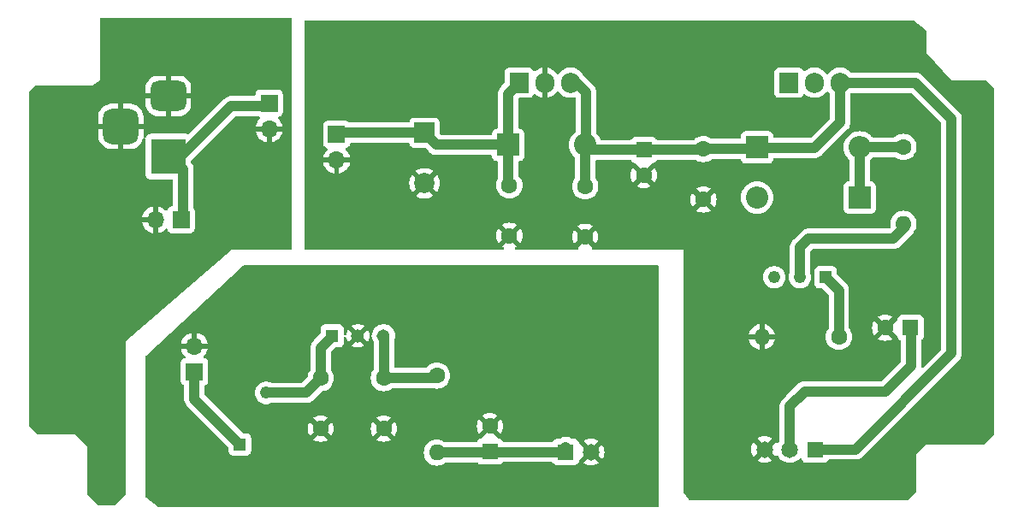
<source format=gtl>
G04 #@! TF.GenerationSoftware,KiCad,Pcbnew,8.0.2*
G04 #@! TF.CreationDate,2024-08-09T17:56:15+09:00*
G04 #@! TF.ProjectId,powersupply,706f7765-7273-4757-9070-6c792e6b6963,rev?*
G04 #@! TF.SameCoordinates,Original*
G04 #@! TF.FileFunction,Copper,L1,Top*
G04 #@! TF.FilePolarity,Positive*
%FSLAX46Y46*%
G04 Gerber Fmt 4.6, Leading zero omitted, Abs format (unit mm)*
G04 Created by KiCad (PCBNEW 8.0.2) date 2024-08-09 17:56:15*
%MOMM*%
%LPD*%
G01*
G04 APERTURE LIST*
G04 Aperture macros list*
%AMRoundRect*
0 Rectangle with rounded corners*
0 $1 Rounding radius*
0 $2 $3 $4 $5 $6 $7 $8 $9 X,Y pos of 4 corners*
0 Add a 4 corners polygon primitive as box body*
4,1,4,$2,$3,$4,$5,$6,$7,$8,$9,$2,$3,0*
0 Add four circle primitives for the rounded corners*
1,1,$1+$1,$2,$3*
1,1,$1+$1,$4,$5*
1,1,$1+$1,$6,$7*
1,1,$1+$1,$8,$9*
0 Add four rect primitives between the rounded corners*
20,1,$1+$1,$2,$3,$4,$5,0*
20,1,$1+$1,$4,$5,$6,$7,0*
20,1,$1+$1,$6,$7,$8,$9,0*
20,1,$1+$1,$8,$9,$2,$3,0*%
G04 Aperture macros list end*
G04 #@! TA.AperFunction,ComponentPad*
%ADD10R,1.650000X1.650000*%
G04 #@! TD*
G04 #@! TA.AperFunction,ComponentPad*
%ADD11C,1.650000*%
G04 #@! TD*
G04 #@! TA.AperFunction,ComponentPad*
%ADD12R,1.217000X1.217000*%
G04 #@! TD*
G04 #@! TA.AperFunction,ComponentPad*
%ADD13C,1.217000*%
G04 #@! TD*
G04 #@! TA.AperFunction,ComponentPad*
%ADD14R,1.905000X2.000000*%
G04 #@! TD*
G04 #@! TA.AperFunction,ComponentPad*
%ADD15O,1.905000X2.000000*%
G04 #@! TD*
G04 #@! TA.AperFunction,ComponentPad*
%ADD16R,1.700000X1.700000*%
G04 #@! TD*
G04 #@! TA.AperFunction,ComponentPad*
%ADD17O,1.700000X1.700000*%
G04 #@! TD*
G04 #@! TA.AperFunction,ComponentPad*
%ADD18C,1.600000*%
G04 #@! TD*
G04 #@! TA.AperFunction,ComponentPad*
%ADD19O,1.600000X1.600000*%
G04 #@! TD*
G04 #@! TA.AperFunction,ComponentPad*
%ADD20R,1.305000X1.305000*%
G04 #@! TD*
G04 #@! TA.AperFunction,ComponentPad*
%ADD21C,1.305000*%
G04 #@! TD*
G04 #@! TA.AperFunction,ComponentPad*
%ADD22R,1.600000X1.600000*%
G04 #@! TD*
G04 #@! TA.AperFunction,ComponentPad*
%ADD23R,3.500000X3.500000*%
G04 #@! TD*
G04 #@! TA.AperFunction,ComponentPad*
%ADD24RoundRect,0.750000X-1.000000X0.750000X-1.000000X-0.750000X1.000000X-0.750000X1.000000X0.750000X0*%
G04 #@! TD*
G04 #@! TA.AperFunction,ComponentPad*
%ADD25RoundRect,0.875000X-0.875000X0.875000X-0.875000X-0.875000X0.875000X-0.875000X0.875000X0.875000X0*%
G04 #@! TD*
G04 #@! TA.AperFunction,ComponentPad*
%ADD26R,2.200000X2.200000*%
G04 #@! TD*
G04 #@! TA.AperFunction,ComponentPad*
%ADD27O,2.200000X2.200000*%
G04 #@! TD*
G04 #@! TA.AperFunction,ComponentPad*
%ADD28R,2.000000X2.000000*%
G04 #@! TD*
G04 #@! TA.AperFunction,ComponentPad*
%ADD29C,2.000000*%
G04 #@! TD*
G04 #@! TA.AperFunction,Conductor*
%ADD30C,1.000000*%
G04 #@! TD*
G04 APERTURE END LIST*
D10*
X107080000Y-84500000D03*
D11*
X109580000Y-84500000D03*
D12*
X74830000Y-83750000D03*
D13*
X77420000Y-78650000D03*
D14*
X129160000Y-47945000D03*
D15*
X131700000Y-47945000D03*
X134240000Y-47945000D03*
D16*
X77725000Y-49960000D03*
D17*
X77725000Y-52500000D03*
D16*
X70330000Y-76550000D03*
D17*
X70330000Y-74010000D03*
D14*
X102460000Y-47945000D03*
D15*
X105000000Y-47945000D03*
X107540000Y-47945000D03*
D18*
X134110000Y-73100000D03*
D19*
X126490000Y-73100000D03*
D16*
X84400000Y-53060000D03*
D17*
X84400000Y-55600000D03*
D18*
X120700000Y-54500000D03*
X120700000Y-59500000D03*
D10*
X131750000Y-84250000D03*
D11*
X129250000Y-84250000D03*
X126750000Y-84250000D03*
D18*
X109000000Y-58200000D03*
X109000000Y-63200000D03*
X89080000Y-77190000D03*
X89080000Y-82190000D03*
D20*
X83960000Y-73000000D03*
D21*
X86500000Y-73000000D03*
X89040000Y-73000000D03*
D12*
X132800000Y-67200000D03*
D13*
X130260000Y-67200000D03*
X127720000Y-67200000D03*
D22*
X114800000Y-54600000D03*
D18*
X114800000Y-57100000D03*
D23*
X67750000Y-55250000D03*
D24*
X67750000Y-49250000D03*
D25*
X63050000Y-52250000D03*
D18*
X101500000Y-58100000D03*
X101500000Y-63100000D03*
D22*
X141200000Y-72200000D03*
D18*
X138700000Y-72200000D03*
X82830000Y-77190000D03*
X82830000Y-82190000D03*
X94330000Y-76940000D03*
D19*
X94330000Y-84560000D03*
D18*
X140500000Y-54290000D03*
D19*
X140500000Y-61910000D03*
D26*
X101380000Y-54100000D03*
D27*
X109000000Y-54100000D03*
D22*
X99580000Y-84455113D03*
D18*
X99580000Y-81955113D03*
D28*
X93100000Y-52900000D03*
D29*
X93100000Y-57900000D03*
D16*
X69000000Y-61500000D03*
D17*
X66460000Y-61500000D03*
D26*
X126020000Y-54344887D03*
D27*
X136180000Y-54344887D03*
D26*
X136180000Y-59300000D03*
D27*
X126020000Y-59300000D03*
D30*
X120700000Y-54500000D02*
X125864887Y-54500000D01*
X109100000Y-48900000D02*
X109100000Y-54000000D01*
X125864887Y-54500000D02*
X126020000Y-54344887D01*
X109000000Y-54100000D02*
X109000000Y-58200000D01*
X109500000Y-54600000D02*
X109000000Y-54100000D01*
X141695000Y-47945000D02*
X145250000Y-51500000D01*
X135750000Y-84250000D02*
X131750000Y-84250000D01*
X145250000Y-51500000D02*
X145250000Y-74750000D01*
X131700000Y-54400000D02*
X134240000Y-51860000D01*
X134240000Y-47945000D02*
X141695000Y-47945000D01*
X108145000Y-47945000D02*
X109100000Y-48900000D01*
X145250000Y-74750000D02*
X135750000Y-84250000D01*
X134240000Y-51860000D02*
X134240000Y-47945000D01*
X107540000Y-47945000D02*
X108145000Y-47945000D01*
X126020000Y-54344887D02*
X126075113Y-54400000D01*
X120600000Y-54600000D02*
X120700000Y-54500000D01*
X114800000Y-54600000D02*
X120600000Y-54600000D01*
X109100000Y-54000000D02*
X109000000Y-54100000D01*
X126075113Y-54400000D02*
X131700000Y-54400000D01*
X114800000Y-54600000D02*
X109500000Y-54600000D01*
X138750000Y-78500000D02*
X130750000Y-78500000D01*
X141250000Y-72250000D02*
X141250000Y-76000000D01*
X129250000Y-80000000D02*
X129250000Y-84250000D01*
X141200000Y-72200000D02*
X141250000Y-72250000D01*
X136180000Y-54344887D02*
X140445113Y-54344887D01*
X140445113Y-54344887D02*
X140500000Y-54290000D01*
X130750000Y-78500000D02*
X129250000Y-80000000D01*
X141250000Y-76000000D02*
X138750000Y-78500000D01*
X136180000Y-54344887D02*
X136180000Y-59300000D01*
X106830000Y-84250000D02*
X107080000Y-84000000D01*
X99580000Y-84500000D02*
X106830000Y-84500000D01*
X99270000Y-84560000D02*
X99580000Y-84250000D01*
X94330000Y-84560000D02*
X99270000Y-84560000D01*
X140500000Y-61910000D02*
X140500000Y-62400000D01*
X140500000Y-62400000D02*
X139500000Y-63400000D01*
X131100000Y-63400000D02*
X130260000Y-64240000D01*
X130260000Y-64240000D02*
X130260000Y-67200000D01*
X139500000Y-63400000D02*
X131100000Y-63400000D01*
X132800000Y-67200000D02*
X134110000Y-68510000D01*
X134110000Y-68510000D02*
X134110000Y-73100000D01*
X84560000Y-52900000D02*
X84400000Y-53060000D01*
X94300000Y-54100000D02*
X93100000Y-52900000D01*
X101380000Y-54100000D02*
X94300000Y-54100000D01*
X101380000Y-54100000D02*
X101380000Y-49025000D01*
X101380000Y-49025000D02*
X102460000Y-47945000D01*
X101380000Y-54100000D02*
X101380000Y-57980000D01*
X93100000Y-52900000D02*
X84560000Y-52900000D01*
X101380000Y-57980000D02*
X101500000Y-58100000D01*
X70330000Y-76550000D02*
X70330000Y-79250000D01*
X70330000Y-79250000D02*
X74830000Y-83750000D01*
X68975000Y-55250000D02*
X73975000Y-50250000D01*
X73975000Y-50250000D02*
X77435000Y-50250000D01*
X69225000Y-61275000D02*
X69000000Y-61500000D01*
X77435000Y-50250000D02*
X77725000Y-49960000D01*
X67750000Y-55250000D02*
X68975000Y-55250000D01*
X69225000Y-56500000D02*
X69225000Y-61275000D01*
X67750000Y-55250000D02*
X67975000Y-55250000D01*
X67975000Y-55250000D02*
X69225000Y-56500000D01*
X81370000Y-78650000D02*
X82830000Y-77190000D01*
X77420000Y-78650000D02*
X81370000Y-78650000D01*
X82830000Y-77190000D02*
X82830000Y-74170000D01*
X82830000Y-74170000D02*
X84000000Y-73000000D01*
X89080000Y-77190000D02*
X89080000Y-73000000D01*
X94080000Y-77190000D02*
X94330000Y-76940000D01*
X89080000Y-77190000D02*
X94080000Y-77190000D01*
G04 #@! TA.AperFunction,Conductor*
G36*
X116193039Y-66019685D02*
G01*
X116238794Y-66072489D01*
X116250000Y-66124000D01*
X116250000Y-89876000D01*
X116230315Y-89943039D01*
X116177511Y-89988794D01*
X116126000Y-90000000D01*
X66793497Y-90000000D01*
X66726458Y-89980315D01*
X66716035Y-89972828D01*
X65546538Y-89037230D01*
X65506486Y-88979979D01*
X65500000Y-88940402D01*
X65500000Y-75652135D01*
X68979500Y-75652135D01*
X68979500Y-77447870D01*
X68979501Y-77447876D01*
X68985908Y-77507483D01*
X69036202Y-77642328D01*
X69036206Y-77642335D01*
X69122452Y-77757544D01*
X69122455Y-77757547D01*
X69237665Y-77843794D01*
X69237667Y-77843794D01*
X69237669Y-77843796D01*
X69248830Y-77847958D01*
X69304764Y-77889826D01*
X69329184Y-77955289D01*
X69329500Y-77964141D01*
X69329500Y-79348541D01*
X69329500Y-79348543D01*
X69329499Y-79348543D01*
X69367947Y-79541829D01*
X69367950Y-79541839D01*
X69443364Y-79723907D01*
X69443371Y-79723920D01*
X69552860Y-79887781D01*
X69552863Y-79887785D01*
X69696537Y-80031459D01*
X69696559Y-80031479D01*
X73684681Y-84019601D01*
X73718166Y-84080924D01*
X73721000Y-84107282D01*
X73721000Y-84406369D01*
X73721001Y-84406376D01*
X73727408Y-84465983D01*
X73777702Y-84600828D01*
X73777706Y-84600835D01*
X73863952Y-84716044D01*
X73863955Y-84716047D01*
X73979164Y-84802293D01*
X73979171Y-84802297D01*
X74114017Y-84852591D01*
X74114016Y-84852591D01*
X74120944Y-84853335D01*
X74173627Y-84859000D01*
X75486372Y-84858999D01*
X75545983Y-84852591D01*
X75680831Y-84802296D01*
X75796046Y-84716046D01*
X75882296Y-84600831D01*
X75897526Y-84559998D01*
X93024532Y-84559998D01*
X93024532Y-84560001D01*
X93044364Y-84786686D01*
X93044366Y-84786697D01*
X93103258Y-85006488D01*
X93103261Y-85006497D01*
X93199431Y-85212732D01*
X93199432Y-85212734D01*
X93329954Y-85399141D01*
X93490858Y-85560045D01*
X93490861Y-85560047D01*
X93677266Y-85690568D01*
X93883504Y-85786739D01*
X94103308Y-85845635D01*
X94265230Y-85859801D01*
X94329998Y-85865468D01*
X94330000Y-85865468D01*
X94330002Y-85865468D01*
X94386673Y-85860509D01*
X94556692Y-85845635D01*
X94776496Y-85786739D01*
X94982734Y-85690568D01*
X95136465Y-85582924D01*
X95202671Y-85560598D01*
X95207588Y-85560500D01*
X98321339Y-85560500D01*
X98388378Y-85580185D01*
X98420605Y-85610189D01*
X98422454Y-85612659D01*
X98537669Y-85698909D01*
X98537670Y-85698909D01*
X98537671Y-85698910D01*
X98672517Y-85749204D01*
X98672516Y-85749204D01*
X98678535Y-85749851D01*
X98732127Y-85755613D01*
X100427872Y-85755612D01*
X100487483Y-85749204D01*
X100622331Y-85698909D01*
X100737546Y-85612659D01*
X100776654Y-85560418D01*
X100784312Y-85550188D01*
X100840246Y-85508318D01*
X100883578Y-85500500D01*
X105701139Y-85500500D01*
X105768178Y-85520185D01*
X105805637Y-85560418D01*
X105805888Y-85560231D01*
X105807635Y-85562565D01*
X105809973Y-85565076D01*
X105811207Y-85567336D01*
X105897452Y-85682544D01*
X105897455Y-85682547D01*
X106012664Y-85768793D01*
X106012671Y-85768797D01*
X106147517Y-85819091D01*
X106147516Y-85819091D01*
X106154444Y-85819835D01*
X106207127Y-85825500D01*
X107952872Y-85825499D01*
X108012483Y-85819091D01*
X108147331Y-85768796D01*
X108262546Y-85682546D01*
X108348796Y-85567331D01*
X108399091Y-85432483D01*
X108405500Y-85372873D01*
X108405499Y-85371987D01*
X108405557Y-85371791D01*
X108405678Y-85369547D01*
X108406207Y-85369575D01*
X108425168Y-85304947D01*
X108445311Y-85287483D01*
X108442137Y-85284309D01*
X109056212Y-84670233D01*
X109067482Y-84712292D01*
X109139890Y-84837708D01*
X109242292Y-84940110D01*
X109367708Y-85012518D01*
X109409765Y-85023787D01*
X108836576Y-85596975D01*
X108914969Y-85651867D01*
X109125090Y-85749847D01*
X109125099Y-85749851D01*
X109349031Y-85809852D01*
X109349041Y-85809854D01*
X109579999Y-85830061D01*
X109580001Y-85830061D01*
X109810958Y-85809854D01*
X109810968Y-85809852D01*
X110034900Y-85749851D01*
X110034909Y-85749847D01*
X110245030Y-85651867D01*
X110245034Y-85651865D01*
X110323422Y-85596976D01*
X110323422Y-85596975D01*
X109750235Y-85023787D01*
X109792292Y-85012518D01*
X109917708Y-84940110D01*
X110020110Y-84837708D01*
X110092518Y-84712292D01*
X110103787Y-84670234D01*
X110676975Y-85243422D01*
X110676976Y-85243422D01*
X110731865Y-85165034D01*
X110731867Y-85165030D01*
X110829847Y-84954909D01*
X110829851Y-84954900D01*
X110889852Y-84730968D01*
X110889854Y-84730958D01*
X110910061Y-84500000D01*
X110910061Y-84499999D01*
X110889854Y-84269041D01*
X110889852Y-84269031D01*
X110829851Y-84045099D01*
X110829847Y-84045090D01*
X110731867Y-83834971D01*
X110731866Y-83834969D01*
X110676975Y-83756577D01*
X110676975Y-83756576D01*
X110103787Y-84329764D01*
X110092518Y-84287708D01*
X110020110Y-84162292D01*
X109917708Y-84059890D01*
X109792292Y-83987482D01*
X109750234Y-83976212D01*
X110323422Y-83403023D01*
X110245030Y-83348133D01*
X110034909Y-83250152D01*
X110034900Y-83250148D01*
X109810968Y-83190147D01*
X109810958Y-83190145D01*
X109580001Y-83169939D01*
X109579999Y-83169939D01*
X109349041Y-83190145D01*
X109349031Y-83190147D01*
X109125099Y-83250148D01*
X109125090Y-83250152D01*
X108914967Y-83348134D01*
X108836576Y-83403022D01*
X109409766Y-83976212D01*
X109367708Y-83987482D01*
X109242292Y-84059890D01*
X109139890Y-84162292D01*
X109067482Y-84287708D01*
X109056212Y-84329766D01*
X108442136Y-83715690D01*
X108445509Y-83712316D01*
X108421467Y-83688905D01*
X108406122Y-83630412D01*
X108405900Y-83630423D01*
X108405854Y-83630429D01*
X108405853Y-83630426D01*
X108405676Y-83630436D01*
X108405559Y-83628268D01*
X108405499Y-83628036D01*
X108405499Y-83627129D01*
X108405498Y-83627123D01*
X108399091Y-83567516D01*
X108348797Y-83432671D01*
X108348793Y-83432664D01*
X108262547Y-83317455D01*
X108262544Y-83317452D01*
X108147335Y-83231206D01*
X108147328Y-83231202D01*
X108012482Y-83180908D01*
X108012483Y-83180908D01*
X107952883Y-83174501D01*
X107952881Y-83174500D01*
X107952873Y-83174500D01*
X107952865Y-83174500D01*
X107683018Y-83174500D01*
X107615979Y-83154815D01*
X107614127Y-83153602D01*
X107553919Y-83113372D01*
X107553911Y-83113367D01*
X107371835Y-83037949D01*
X107371827Y-83037947D01*
X107178543Y-82999500D01*
X107178540Y-82999500D01*
X106981459Y-82999500D01*
X106981456Y-82999500D01*
X106788171Y-83037947D01*
X106788163Y-83037949D01*
X106606083Y-83113369D01*
X106545868Y-83153603D01*
X106479190Y-83174480D01*
X106476979Y-83174500D01*
X106207130Y-83174500D01*
X106207123Y-83174501D01*
X106147516Y-83180908D01*
X106012671Y-83231202D01*
X106012664Y-83231206D01*
X105897455Y-83317452D01*
X105897452Y-83317455D01*
X105811207Y-83432663D01*
X105809973Y-83434924D01*
X105808150Y-83436746D01*
X105805888Y-83439769D01*
X105805453Y-83439443D01*
X105760569Y-83484331D01*
X105701139Y-83499500D01*
X100942234Y-83499500D01*
X100875195Y-83479815D01*
X100829440Y-83427011D01*
X100826062Y-83418858D01*
X100823796Y-83412782D01*
X100823794Y-83412779D01*
X100823793Y-83412776D01*
X100737547Y-83297568D01*
X100737544Y-83297565D01*
X100622335Y-83211319D01*
X100622328Y-83211315D01*
X100487482Y-83161021D01*
X100487483Y-83161021D01*
X100427883Y-83154614D01*
X100427881Y-83154613D01*
X100427873Y-83154613D01*
X100427864Y-83154613D01*
X100424548Y-83154435D01*
X100424627Y-83152960D01*
X100363215Y-83134928D01*
X100317460Y-83082124D01*
X100309969Y-83038635D01*
X99626447Y-82355113D01*
X99632661Y-82355113D01*
X99734394Y-82327854D01*
X99825606Y-82275193D01*
X99900080Y-82200719D01*
X99952741Y-82109507D01*
X99980000Y-82007774D01*
X99980000Y-82001560D01*
X100659024Y-82680584D01*
X100710136Y-82607591D01*
X100806264Y-82401444D01*
X100806269Y-82401430D01*
X100865139Y-82181723D01*
X100865141Y-82181712D01*
X100884966Y-81955115D01*
X100884966Y-81955110D01*
X100865141Y-81728513D01*
X100865139Y-81728502D01*
X100806269Y-81508795D01*
X100806264Y-81508781D01*
X100710136Y-81302634D01*
X100710132Y-81302626D01*
X100659025Y-81229639D01*
X99980000Y-81908664D01*
X99980000Y-81902452D01*
X99952741Y-81800719D01*
X99900080Y-81709507D01*
X99825606Y-81635033D01*
X99734394Y-81582372D01*
X99632661Y-81555113D01*
X99626448Y-81555113D01*
X100305472Y-80876087D01*
X100232478Y-80824976D01*
X100026331Y-80728848D01*
X100026317Y-80728843D01*
X99806610Y-80669973D01*
X99806599Y-80669971D01*
X99580002Y-80650147D01*
X99579998Y-80650147D01*
X99353400Y-80669971D01*
X99353389Y-80669973D01*
X99133682Y-80728843D01*
X99133673Y-80728847D01*
X98927516Y-80824979D01*
X98927512Y-80824981D01*
X98854526Y-80876086D01*
X98854526Y-80876087D01*
X99533553Y-81555113D01*
X99527339Y-81555113D01*
X99425606Y-81582372D01*
X99334394Y-81635033D01*
X99259920Y-81709507D01*
X99207259Y-81800719D01*
X99180000Y-81902452D01*
X99180000Y-81908665D01*
X98500974Y-81229639D01*
X98500973Y-81229639D01*
X98449868Y-81302625D01*
X98449866Y-81302629D01*
X98353734Y-81508786D01*
X98353730Y-81508795D01*
X98294860Y-81728502D01*
X98294858Y-81728513D01*
X98275034Y-81955110D01*
X98275034Y-81955115D01*
X98294858Y-82181712D01*
X98294860Y-82181723D01*
X98353730Y-82401430D01*
X98353735Y-82401444D01*
X98449863Y-82607591D01*
X98500974Y-82680585D01*
X99180000Y-82001559D01*
X99180000Y-82007774D01*
X99207259Y-82109507D01*
X99259920Y-82200719D01*
X99334394Y-82275193D01*
X99425606Y-82327854D01*
X99527339Y-82355113D01*
X99533553Y-82355113D01*
X98849352Y-83039312D01*
X98839506Y-83088307D01*
X98790890Y-83138490D01*
X98735367Y-83153162D01*
X98735423Y-83154212D01*
X98735429Y-83154259D01*
X98735426Y-83154259D01*
X98735436Y-83154437D01*
X98732123Y-83154614D01*
X98672516Y-83161021D01*
X98537671Y-83211315D01*
X98537664Y-83211319D01*
X98422455Y-83297565D01*
X98422452Y-83297568D01*
X98336206Y-83412777D01*
X98336202Y-83412784D01*
X98311568Y-83478833D01*
X98269697Y-83534767D01*
X98204232Y-83559184D01*
X98195386Y-83559500D01*
X95207588Y-83559500D01*
X95140549Y-83539815D01*
X95136465Y-83537075D01*
X95061138Y-83484331D01*
X94982734Y-83429432D01*
X94954506Y-83416269D01*
X94776497Y-83333261D01*
X94776488Y-83333258D01*
X94556697Y-83274366D01*
X94556693Y-83274365D01*
X94556692Y-83274365D01*
X94556691Y-83274364D01*
X94556686Y-83274364D01*
X94330002Y-83254532D01*
X94329998Y-83254532D01*
X94103313Y-83274364D01*
X94103302Y-83274366D01*
X93883511Y-83333258D01*
X93883502Y-83333261D01*
X93677267Y-83429431D01*
X93677265Y-83429432D01*
X93490858Y-83559954D01*
X93329954Y-83720858D01*
X93199432Y-83907265D01*
X93199431Y-83907267D01*
X93103261Y-84113502D01*
X93103258Y-84113511D01*
X93044366Y-84333302D01*
X93044364Y-84333313D01*
X93024532Y-84559998D01*
X75897526Y-84559998D01*
X75932591Y-84465983D01*
X75939000Y-84406373D01*
X75938999Y-83093628D01*
X75933014Y-83037949D01*
X75932591Y-83034016D01*
X75882297Y-82899171D01*
X75882293Y-82899164D01*
X75796047Y-82783955D01*
X75796044Y-82783952D01*
X75680835Y-82697706D01*
X75680828Y-82697702D01*
X75545982Y-82647408D01*
X75545983Y-82647408D01*
X75486383Y-82641001D01*
X75486381Y-82641000D01*
X75486373Y-82641000D01*
X75486365Y-82641000D01*
X75187282Y-82641000D01*
X75120243Y-82621315D01*
X75099601Y-82604681D01*
X74684917Y-82189997D01*
X81525034Y-82189997D01*
X81525034Y-82190002D01*
X81544858Y-82416599D01*
X81544860Y-82416610D01*
X81603730Y-82636317D01*
X81603735Y-82636331D01*
X81699863Y-82842478D01*
X81750974Y-82915472D01*
X82430000Y-82236446D01*
X82430000Y-82242661D01*
X82457259Y-82344394D01*
X82509920Y-82435606D01*
X82584394Y-82510080D01*
X82675606Y-82562741D01*
X82777339Y-82590000D01*
X82783553Y-82590000D01*
X82104526Y-83269025D01*
X82177513Y-83320132D01*
X82177521Y-83320136D01*
X82383668Y-83416264D01*
X82383682Y-83416269D01*
X82603389Y-83475139D01*
X82603400Y-83475141D01*
X82829998Y-83494966D01*
X82830002Y-83494966D01*
X83056599Y-83475141D01*
X83056610Y-83475139D01*
X83276317Y-83416269D01*
X83276331Y-83416264D01*
X83482478Y-83320136D01*
X83555471Y-83269024D01*
X82876447Y-82590000D01*
X82882661Y-82590000D01*
X82984394Y-82562741D01*
X83075606Y-82510080D01*
X83150080Y-82435606D01*
X83202741Y-82344394D01*
X83230000Y-82242661D01*
X83230000Y-82236447D01*
X83909024Y-82915471D01*
X83960136Y-82842478D01*
X84056264Y-82636331D01*
X84056269Y-82636317D01*
X84115139Y-82416610D01*
X84115141Y-82416599D01*
X84134966Y-82190002D01*
X84134966Y-82189997D01*
X87775034Y-82189997D01*
X87775034Y-82190002D01*
X87794858Y-82416599D01*
X87794860Y-82416610D01*
X87853730Y-82636317D01*
X87853735Y-82636331D01*
X87949863Y-82842478D01*
X88000974Y-82915472D01*
X88680000Y-82236446D01*
X88680000Y-82242661D01*
X88707259Y-82344394D01*
X88759920Y-82435606D01*
X88834394Y-82510080D01*
X88925606Y-82562741D01*
X89027339Y-82590000D01*
X89033553Y-82590000D01*
X88354526Y-83269025D01*
X88427513Y-83320132D01*
X88427521Y-83320136D01*
X88633668Y-83416264D01*
X88633682Y-83416269D01*
X88853389Y-83475139D01*
X88853400Y-83475141D01*
X89079998Y-83494966D01*
X89080002Y-83494966D01*
X89306599Y-83475141D01*
X89306610Y-83475139D01*
X89526317Y-83416269D01*
X89526331Y-83416264D01*
X89732478Y-83320136D01*
X89805471Y-83269024D01*
X89126447Y-82590000D01*
X89132661Y-82590000D01*
X89234394Y-82562741D01*
X89325606Y-82510080D01*
X89400080Y-82435606D01*
X89452741Y-82344394D01*
X89480000Y-82242661D01*
X89480000Y-82236447D01*
X90159024Y-82915471D01*
X90210136Y-82842478D01*
X90306264Y-82636331D01*
X90306269Y-82636317D01*
X90365139Y-82416610D01*
X90365141Y-82416599D01*
X90384966Y-82190002D01*
X90384966Y-82189997D01*
X90365141Y-81963400D01*
X90365139Y-81963389D01*
X90306269Y-81743682D01*
X90306264Y-81743668D01*
X90210136Y-81537521D01*
X90210132Y-81537513D01*
X90159025Y-81464526D01*
X89480000Y-82143551D01*
X89480000Y-82137339D01*
X89452741Y-82035606D01*
X89400080Y-81944394D01*
X89325606Y-81869920D01*
X89234394Y-81817259D01*
X89132661Y-81790000D01*
X89126448Y-81790000D01*
X89805472Y-81110974D01*
X89732478Y-81059863D01*
X89526331Y-80963735D01*
X89526317Y-80963730D01*
X89306610Y-80904860D01*
X89306599Y-80904858D01*
X89080002Y-80885034D01*
X89079998Y-80885034D01*
X88853400Y-80904858D01*
X88853389Y-80904860D01*
X88633682Y-80963730D01*
X88633673Y-80963734D01*
X88427516Y-81059866D01*
X88427512Y-81059868D01*
X88354526Y-81110973D01*
X88354526Y-81110974D01*
X89033553Y-81790000D01*
X89027339Y-81790000D01*
X88925606Y-81817259D01*
X88834394Y-81869920D01*
X88759920Y-81944394D01*
X88707259Y-82035606D01*
X88680000Y-82137339D01*
X88680000Y-82143552D01*
X88000974Y-81464526D01*
X88000973Y-81464526D01*
X87949868Y-81537512D01*
X87949866Y-81537516D01*
X87853734Y-81743673D01*
X87853730Y-81743682D01*
X87794860Y-81963389D01*
X87794858Y-81963400D01*
X87775034Y-82189997D01*
X84134966Y-82189997D01*
X84115141Y-81963400D01*
X84115139Y-81963389D01*
X84056269Y-81743682D01*
X84056264Y-81743668D01*
X83960136Y-81537521D01*
X83960132Y-81537513D01*
X83909025Y-81464526D01*
X83230000Y-82143551D01*
X83230000Y-82137339D01*
X83202741Y-82035606D01*
X83150080Y-81944394D01*
X83075606Y-81869920D01*
X82984394Y-81817259D01*
X82882661Y-81790000D01*
X82876448Y-81790000D01*
X83555472Y-81110974D01*
X83482478Y-81059863D01*
X83276331Y-80963735D01*
X83276317Y-80963730D01*
X83056610Y-80904860D01*
X83056599Y-80904858D01*
X82830002Y-80885034D01*
X82829998Y-80885034D01*
X82603400Y-80904858D01*
X82603389Y-80904860D01*
X82383682Y-80963730D01*
X82383673Y-80963734D01*
X82177516Y-81059866D01*
X82177512Y-81059868D01*
X82104526Y-81110973D01*
X82104526Y-81110974D01*
X82783553Y-81790000D01*
X82777339Y-81790000D01*
X82675606Y-81817259D01*
X82584394Y-81869920D01*
X82509920Y-81944394D01*
X82457259Y-82035606D01*
X82430000Y-82137339D01*
X82430000Y-82143552D01*
X81750974Y-81464526D01*
X81750973Y-81464526D01*
X81699868Y-81537512D01*
X81699866Y-81537516D01*
X81603734Y-81743673D01*
X81603730Y-81743682D01*
X81544860Y-81963389D01*
X81544858Y-81963400D01*
X81525034Y-82189997D01*
X74684917Y-82189997D01*
X71366819Y-78871899D01*
X71333334Y-78810576D01*
X71330500Y-78784218D01*
X71330500Y-78649999D01*
X76306249Y-78649999D01*
X76306249Y-78650000D01*
X76325212Y-78854646D01*
X76325212Y-78854648D01*
X76325213Y-78854651D01*
X76381458Y-79052333D01*
X76381459Y-79052336D01*
X76473070Y-79236314D01*
X76596929Y-79400331D01*
X76727592Y-79519444D01*
X76748815Y-79538792D01*
X76923558Y-79646989D01*
X77115208Y-79721234D01*
X77317236Y-79759000D01*
X77317238Y-79759000D01*
X77522762Y-79759000D01*
X77522764Y-79759000D01*
X77724792Y-79721234D01*
X77885766Y-79658873D01*
X77930560Y-79650500D01*
X81468542Y-79650500D01*
X81487870Y-79646655D01*
X81565188Y-79631275D01*
X81661836Y-79612051D01*
X81715165Y-79589961D01*
X81843914Y-79536632D01*
X82007782Y-79427139D01*
X82147139Y-79287782D01*
X82147140Y-79287779D01*
X82154206Y-79280714D01*
X82154209Y-79280710D01*
X82918033Y-78516885D01*
X82979354Y-78483402D01*
X82994898Y-78481041D01*
X83056692Y-78475635D01*
X83276496Y-78416739D01*
X83482734Y-78320568D01*
X83669139Y-78190047D01*
X83830047Y-78029139D01*
X83960568Y-77842734D01*
X84056739Y-77636496D01*
X84115635Y-77416692D01*
X84135468Y-77190000D01*
X84115635Y-76963308D01*
X84056739Y-76743504D01*
X83960568Y-76537266D01*
X83852924Y-76383532D01*
X83830597Y-76317326D01*
X83830500Y-76312410D01*
X83830500Y-74635781D01*
X83850185Y-74568742D01*
X83866815Y-74548104D01*
X84225601Y-74189317D01*
X84286924Y-74155833D01*
X84313282Y-74152999D01*
X84660371Y-74152999D01*
X84660372Y-74152999D01*
X84719983Y-74146591D01*
X84854831Y-74096296D01*
X84970046Y-74010046D01*
X85056296Y-73894831D01*
X85106591Y-73759983D01*
X85113000Y-73700373D01*
X85112999Y-73204687D01*
X85132683Y-73137651D01*
X85185487Y-73091896D01*
X85254646Y-73081952D01*
X85318202Y-73110977D01*
X85355976Y-73169755D01*
X85360470Y-73193246D01*
X85362270Y-73212674D01*
X85420723Y-73418117D01*
X85515927Y-73609312D01*
X85525051Y-73621394D01*
X86070109Y-73076336D01*
X86094644Y-73167904D01*
X86151913Y-73267097D01*
X86232903Y-73348087D01*
X86332096Y-73405356D01*
X86423662Y-73429890D01*
X85881176Y-73972375D01*
X85984084Y-74036094D01*
X85984086Y-74036095D01*
X86183244Y-74113249D01*
X86183254Y-74113252D01*
X86393207Y-74152500D01*
X86606793Y-74152500D01*
X86816745Y-74113252D01*
X86816755Y-74113249D01*
X87015913Y-74036095D01*
X87015917Y-74036093D01*
X87118821Y-73972376D01*
X87118821Y-73972375D01*
X86576338Y-73429890D01*
X86667904Y-73405356D01*
X86767097Y-73348087D01*
X86848087Y-73267097D01*
X86905356Y-73167904D01*
X86929890Y-73076337D01*
X87474947Y-73621393D01*
X87474948Y-73621393D01*
X87484071Y-73609314D01*
X87484073Y-73609309D01*
X87579276Y-73418117D01*
X87637729Y-73212673D01*
X87646277Y-73120429D01*
X87672063Y-73055492D01*
X87728863Y-73014804D01*
X87798644Y-73011284D01*
X87859251Y-73046049D01*
X87891441Y-73108062D01*
X87893219Y-73120428D01*
X87901776Y-73212771D01*
X87901776Y-73212772D01*
X87960251Y-73418291D01*
X87960257Y-73418306D01*
X88055496Y-73609571D01*
X88058517Y-73614449D01*
X88057139Y-73615301D01*
X88079146Y-73673553D01*
X88079500Y-73682919D01*
X88079500Y-76312410D01*
X88059815Y-76379449D01*
X88057076Y-76383532D01*
X87949431Y-76537267D01*
X87853261Y-76743502D01*
X87853258Y-76743511D01*
X87794366Y-76963302D01*
X87794364Y-76963313D01*
X87774532Y-77189998D01*
X87774532Y-77190001D01*
X87794364Y-77416686D01*
X87794366Y-77416697D01*
X87853258Y-77636488D01*
X87853261Y-77636497D01*
X87949431Y-77842732D01*
X87949432Y-77842734D01*
X88079954Y-78029141D01*
X88240858Y-78190045D01*
X88240861Y-78190047D01*
X88427266Y-78320568D01*
X88633504Y-78416739D01*
X88853308Y-78475635D01*
X89015230Y-78489801D01*
X89079998Y-78495468D01*
X89080000Y-78495468D01*
X89080002Y-78495468D01*
X89136673Y-78490509D01*
X89306692Y-78475635D01*
X89526496Y-78416739D01*
X89732734Y-78320568D01*
X89886465Y-78212924D01*
X89952671Y-78190598D01*
X89957588Y-78190500D01*
X93955857Y-78190500D01*
X93987949Y-78194724D01*
X94103308Y-78225635D01*
X94265230Y-78239801D01*
X94329998Y-78245468D01*
X94330000Y-78245468D01*
X94330002Y-78245468D01*
X94386673Y-78240509D01*
X94556692Y-78225635D01*
X94776496Y-78166739D01*
X94982734Y-78070568D01*
X95169139Y-77940047D01*
X95330047Y-77779139D01*
X95460568Y-77592734D01*
X95556739Y-77386496D01*
X95615635Y-77166692D01*
X95635468Y-76940000D01*
X95615635Y-76713308D01*
X95556739Y-76493504D01*
X95460568Y-76287266D01*
X95330047Y-76100861D01*
X95330045Y-76100858D01*
X95169141Y-75939954D01*
X94982734Y-75809432D01*
X94982732Y-75809431D01*
X94776497Y-75713261D01*
X94776488Y-75713258D01*
X94556697Y-75654366D01*
X94556693Y-75654365D01*
X94556692Y-75654365D01*
X94556691Y-75654364D01*
X94556686Y-75654364D01*
X94330002Y-75634532D01*
X94329998Y-75634532D01*
X94103313Y-75654364D01*
X94103302Y-75654366D01*
X93883511Y-75713258D01*
X93883502Y-75713261D01*
X93677267Y-75809431D01*
X93677265Y-75809432D01*
X93490858Y-75939954D01*
X93329954Y-76100858D01*
X93304912Y-76136623D01*
X93250335Y-76180248D01*
X93203337Y-76189500D01*
X90204500Y-76189500D01*
X90137461Y-76169815D01*
X90091706Y-76117011D01*
X90080500Y-76065500D01*
X90080500Y-73526278D01*
X90093500Y-73471006D01*
X90119747Y-73418296D01*
X90178224Y-73212771D01*
X90197940Y-73000000D01*
X90178224Y-72787229D01*
X90119747Y-72581704D01*
X90119742Y-72581693D01*
X90024503Y-72390428D01*
X90024498Y-72390420D01*
X89895726Y-72219898D01*
X89737815Y-72075944D01*
X89737813Y-72075942D01*
X89556141Y-71963456D01*
X89556135Y-71963453D01*
X89399097Y-71902617D01*
X89356885Y-71886264D01*
X89146841Y-71847000D01*
X88933159Y-71847000D01*
X88723115Y-71886264D01*
X88723112Y-71886264D01*
X88723112Y-71886265D01*
X88523864Y-71963453D01*
X88523858Y-71963456D01*
X88342186Y-72075942D01*
X88342184Y-72075944D01*
X88184273Y-72219898D01*
X88055501Y-72390420D01*
X88055496Y-72390428D01*
X87960257Y-72581693D01*
X87960251Y-72581708D01*
X87901776Y-72787227D01*
X87901776Y-72787229D01*
X87893219Y-72879571D01*
X87867433Y-72944508D01*
X87810632Y-72985195D01*
X87740851Y-72988715D01*
X87680245Y-72953949D01*
X87648055Y-72891937D01*
X87646277Y-72879570D01*
X87637729Y-72787326D01*
X87579276Y-72581880D01*
X87579275Y-72581879D01*
X87484078Y-72390697D01*
X87484071Y-72390685D01*
X87474947Y-72378604D01*
X86929890Y-72923662D01*
X86905356Y-72832096D01*
X86848087Y-72732903D01*
X86767097Y-72651913D01*
X86667904Y-72594644D01*
X86576337Y-72570109D01*
X87118822Y-72027623D01*
X87015915Y-71963905D01*
X87015913Y-71963904D01*
X86816755Y-71886750D01*
X86816745Y-71886747D01*
X86606793Y-71847500D01*
X86393207Y-71847500D01*
X86183254Y-71886747D01*
X86183253Y-71886747D01*
X85984088Y-71963903D01*
X85984082Y-71963906D01*
X85881177Y-72027622D01*
X85881176Y-72027623D01*
X86423663Y-72570109D01*
X86332096Y-72594644D01*
X86232903Y-72651913D01*
X86151913Y-72732903D01*
X86094644Y-72832096D01*
X86070109Y-72923662D01*
X85525051Y-72378604D01*
X85515928Y-72390685D01*
X85420723Y-72581882D01*
X85362270Y-72787325D01*
X85360470Y-72806755D01*
X85334683Y-72871692D01*
X85277881Y-72912379D01*
X85208100Y-72915898D01*
X85147494Y-72881131D01*
X85115306Y-72819118D01*
X85112999Y-72795312D01*
X85112999Y-72299629D01*
X85112998Y-72299623D01*
X85112997Y-72299616D01*
X85106591Y-72240017D01*
X85099088Y-72219901D01*
X85056297Y-72105171D01*
X85056293Y-72105164D01*
X84970047Y-71989955D01*
X84970044Y-71989952D01*
X84854835Y-71903706D01*
X84854828Y-71903702D01*
X84719982Y-71853408D01*
X84719983Y-71853408D01*
X84660383Y-71847001D01*
X84660381Y-71847000D01*
X84660373Y-71847000D01*
X84660364Y-71847000D01*
X83259629Y-71847000D01*
X83259623Y-71847001D01*
X83200016Y-71853408D01*
X83065171Y-71903702D01*
X83065164Y-71903706D01*
X82949955Y-71989952D01*
X82949952Y-71989955D01*
X82863706Y-72105164D01*
X82863702Y-72105171D01*
X82813408Y-72240017D01*
X82807001Y-72299616D01*
X82807001Y-72299623D01*
X82807000Y-72299635D01*
X82807000Y-72726717D01*
X82787315Y-72793756D01*
X82770681Y-72814398D01*
X82192221Y-73392858D01*
X82192218Y-73392861D01*
X82150079Y-73435000D01*
X82052859Y-73532219D01*
X81943371Y-73696079D01*
X81943364Y-73696092D01*
X81867950Y-73878160D01*
X81867947Y-73878170D01*
X81829500Y-74071456D01*
X81829500Y-76312410D01*
X81809815Y-76379449D01*
X81807076Y-76383532D01*
X81699431Y-76537267D01*
X81603261Y-76743502D01*
X81603258Y-76743511D01*
X81544366Y-76963302D01*
X81544364Y-76963311D01*
X81538958Y-77025096D01*
X81513504Y-77090164D01*
X81503111Y-77101967D01*
X80991899Y-77613181D01*
X80930576Y-77646666D01*
X80904218Y-77649500D01*
X77930560Y-77649500D01*
X77885766Y-77641127D01*
X77813628Y-77613181D01*
X77724792Y-77578766D01*
X77522764Y-77541000D01*
X77317236Y-77541000D01*
X77115208Y-77578766D01*
X77115205Y-77578766D01*
X77115205Y-77578767D01*
X76923558Y-77653010D01*
X76923557Y-77653011D01*
X76748813Y-77761209D01*
X76596929Y-77899668D01*
X76473070Y-78063685D01*
X76381459Y-78247663D01*
X76381458Y-78247667D01*
X76333354Y-78416738D01*
X76325212Y-78445353D01*
X76306249Y-78649999D01*
X71330500Y-78649999D01*
X71330500Y-77964141D01*
X71350185Y-77897102D01*
X71402989Y-77851347D01*
X71411149Y-77847966D01*
X71422331Y-77843796D01*
X71423753Y-77842732D01*
X71460447Y-77815261D01*
X71537546Y-77757546D01*
X71623796Y-77642331D01*
X71674091Y-77507483D01*
X71680500Y-77447873D01*
X71680499Y-75652128D01*
X71674091Y-75592517D01*
X71623796Y-75457669D01*
X71623795Y-75457668D01*
X71623793Y-75457664D01*
X71537547Y-75342455D01*
X71537544Y-75342452D01*
X71422335Y-75256206D01*
X71422328Y-75256202D01*
X71290401Y-75206997D01*
X71234467Y-75165126D01*
X71210050Y-75099662D01*
X71224902Y-75031389D01*
X71246053Y-75003133D01*
X71368108Y-74881078D01*
X71503600Y-74687578D01*
X71603429Y-74473492D01*
X71603432Y-74473486D01*
X71660636Y-74260000D01*
X70763012Y-74260000D01*
X70795925Y-74202993D01*
X70830000Y-74075826D01*
X70830000Y-73944174D01*
X70795925Y-73817007D01*
X70763012Y-73760000D01*
X71660636Y-73760000D01*
X71660635Y-73759999D01*
X71603432Y-73546513D01*
X71603429Y-73546507D01*
X71503600Y-73332422D01*
X71503599Y-73332420D01*
X71368113Y-73138926D01*
X71368108Y-73138920D01*
X71201082Y-72971894D01*
X71007578Y-72836399D01*
X70793492Y-72736570D01*
X70793486Y-72736567D01*
X70580000Y-72679364D01*
X70580000Y-73576988D01*
X70522993Y-73544075D01*
X70395826Y-73510000D01*
X70264174Y-73510000D01*
X70137007Y-73544075D01*
X70080000Y-73576988D01*
X70080000Y-72679364D01*
X70079999Y-72679364D01*
X69866513Y-72736567D01*
X69866507Y-72736570D01*
X69652422Y-72836399D01*
X69652420Y-72836400D01*
X69458926Y-72971886D01*
X69458920Y-72971891D01*
X69291891Y-73138920D01*
X69291886Y-73138926D01*
X69156400Y-73332420D01*
X69156399Y-73332422D01*
X69056570Y-73546507D01*
X69056567Y-73546513D01*
X68999364Y-73759999D01*
X68999364Y-73760000D01*
X69896988Y-73760000D01*
X69864075Y-73817007D01*
X69830000Y-73944174D01*
X69830000Y-74075826D01*
X69864075Y-74202993D01*
X69896988Y-74260000D01*
X68999364Y-74260000D01*
X69056567Y-74473486D01*
X69056570Y-74473492D01*
X69156399Y-74687578D01*
X69291894Y-74881082D01*
X69413946Y-75003134D01*
X69447431Y-75064457D01*
X69442447Y-75134149D01*
X69400575Y-75190082D01*
X69369598Y-75206997D01*
X69237671Y-75256202D01*
X69237664Y-75256206D01*
X69122455Y-75342452D01*
X69122452Y-75342455D01*
X69036206Y-75457664D01*
X69036202Y-75457671D01*
X68985908Y-75592517D01*
X68979501Y-75652116D01*
X68979501Y-75652123D01*
X68979500Y-75652135D01*
X65500000Y-75652135D01*
X65500000Y-75054291D01*
X65519685Y-74987252D01*
X65539890Y-74963178D01*
X75115667Y-66124000D01*
X75214376Y-66032884D01*
X75276989Y-66001877D01*
X75298483Y-66000000D01*
X116126000Y-66000000D01*
X116193039Y-66019685D01*
G37*
G04 #@! TD.AperFunction*
G04 #@! TA.AperFunction,Conductor*
G36*
X79943039Y-41519685D02*
G01*
X79988794Y-41572489D01*
X80000000Y-41624000D01*
X80000000Y-64376000D01*
X79980315Y-64443039D01*
X79927511Y-64488794D01*
X79876000Y-64500000D01*
X74000000Y-64500000D01*
X73999999Y-64500000D01*
X73999998Y-64500001D01*
X63500000Y-73500000D01*
X63500000Y-88698638D01*
X63480315Y-88765677D01*
X63463681Y-88786319D01*
X62536319Y-89713681D01*
X62474996Y-89747166D01*
X62448638Y-89750000D01*
X60801362Y-89750000D01*
X60734323Y-89730315D01*
X60713681Y-89713681D01*
X59786319Y-88786319D01*
X59752834Y-88724996D01*
X59750000Y-88698638D01*
X59750000Y-84000000D01*
X58500000Y-82750000D01*
X54801362Y-82750000D01*
X54734323Y-82730315D01*
X54713681Y-82713681D01*
X54036319Y-82036319D01*
X54002834Y-81974996D01*
X54000000Y-81948638D01*
X54000000Y-51281421D01*
X60800000Y-51281421D01*
X60800000Y-52000000D01*
X62550000Y-52000000D01*
X62550000Y-52500000D01*
X60800001Y-52500000D01*
X60800001Y-53218588D01*
X60802794Y-53271191D01*
X60847237Y-53500987D01*
X60929879Y-53719975D01*
X61048339Y-53921841D01*
X61048344Y-53921848D01*
X61199211Y-54100786D01*
X61199213Y-54100788D01*
X61378151Y-54251655D01*
X61378158Y-54251660D01*
X61580024Y-54370120D01*
X61799012Y-54452762D01*
X62028809Y-54497205D01*
X62081382Y-54499998D01*
X62081421Y-54499999D01*
X62799999Y-54499999D01*
X62800000Y-54499998D01*
X62800000Y-53683012D01*
X62857007Y-53715925D01*
X62984174Y-53750000D01*
X63115826Y-53750000D01*
X63242993Y-53715925D01*
X63300000Y-53683012D01*
X63300000Y-54499999D01*
X64018576Y-54499999D01*
X64018588Y-54499998D01*
X64071191Y-54497205D01*
X64300987Y-54452762D01*
X64519975Y-54370120D01*
X64721841Y-54251660D01*
X64721848Y-54251655D01*
X64900786Y-54100788D01*
X64900788Y-54100786D01*
X65051655Y-53921848D01*
X65051660Y-53921841D01*
X65170120Y-53719975D01*
X65252762Y-53500986D01*
X65253756Y-53495851D01*
X65285811Y-53433769D01*
X65346342Y-53398872D01*
X65416130Y-53402240D01*
X65473019Y-53442805D01*
X65498946Y-53507686D01*
X65499500Y-53519395D01*
X65499500Y-57047870D01*
X65499501Y-57047876D01*
X65505908Y-57107483D01*
X65556202Y-57242328D01*
X65556206Y-57242335D01*
X65642452Y-57357544D01*
X65642455Y-57357547D01*
X65757664Y-57443793D01*
X65757671Y-57443797D01*
X65892517Y-57494091D01*
X65892516Y-57494091D01*
X65899444Y-57494835D01*
X65952127Y-57500500D01*
X68100500Y-57500499D01*
X68167539Y-57520184D01*
X68213294Y-57572987D01*
X68224500Y-57624499D01*
X68224500Y-60025500D01*
X68204815Y-60092539D01*
X68152011Y-60138294D01*
X68105389Y-60148450D01*
X68105423Y-60149099D01*
X68105429Y-60149146D01*
X68105426Y-60149146D01*
X68105436Y-60149324D01*
X68102123Y-60149501D01*
X68042516Y-60155908D01*
X67907671Y-60206202D01*
X67907664Y-60206206D01*
X67792455Y-60292452D01*
X67792452Y-60292455D01*
X67706206Y-60407664D01*
X67706202Y-60407671D01*
X67656997Y-60539598D01*
X67615126Y-60595532D01*
X67549661Y-60619949D01*
X67481388Y-60605097D01*
X67453134Y-60583946D01*
X67331082Y-60461894D01*
X67137578Y-60326399D01*
X66923492Y-60226570D01*
X66923486Y-60226567D01*
X66710000Y-60169364D01*
X66710000Y-61066988D01*
X66652993Y-61034075D01*
X66525826Y-61000000D01*
X66394174Y-61000000D01*
X66267007Y-61034075D01*
X66210000Y-61066988D01*
X66210000Y-60169364D01*
X66209999Y-60169364D01*
X65996513Y-60226567D01*
X65996507Y-60226570D01*
X65782422Y-60326399D01*
X65782420Y-60326400D01*
X65588926Y-60461886D01*
X65588920Y-60461891D01*
X65421891Y-60628920D01*
X65421886Y-60628926D01*
X65286400Y-60822420D01*
X65286399Y-60822422D01*
X65186570Y-61036507D01*
X65186567Y-61036513D01*
X65129364Y-61249999D01*
X65129364Y-61250000D01*
X66026988Y-61250000D01*
X65994075Y-61307007D01*
X65960000Y-61434174D01*
X65960000Y-61565826D01*
X65994075Y-61692993D01*
X66026988Y-61750000D01*
X65129364Y-61750000D01*
X65186567Y-61963486D01*
X65186570Y-61963492D01*
X65286399Y-62177578D01*
X65421894Y-62371082D01*
X65588917Y-62538105D01*
X65782421Y-62673600D01*
X65996507Y-62773429D01*
X65996516Y-62773433D01*
X66210000Y-62830634D01*
X66210000Y-61933012D01*
X66267007Y-61965925D01*
X66394174Y-62000000D01*
X66525826Y-62000000D01*
X66652993Y-61965925D01*
X66710000Y-61933012D01*
X66710000Y-62830633D01*
X66923483Y-62773433D01*
X66923492Y-62773429D01*
X67137578Y-62673600D01*
X67331078Y-62538108D01*
X67453133Y-62416053D01*
X67514456Y-62382568D01*
X67584148Y-62387552D01*
X67640082Y-62429423D01*
X67656997Y-62460401D01*
X67706202Y-62592328D01*
X67706206Y-62592335D01*
X67792452Y-62707544D01*
X67792455Y-62707547D01*
X67907664Y-62793793D01*
X67907671Y-62793797D01*
X68042517Y-62844091D01*
X68042516Y-62844091D01*
X68049444Y-62844835D01*
X68102127Y-62850500D01*
X69897872Y-62850499D01*
X69957483Y-62844091D01*
X70092331Y-62793796D01*
X70207546Y-62707546D01*
X70293796Y-62592331D01*
X70344091Y-62457483D01*
X70350500Y-62397873D01*
X70350499Y-60602128D01*
X70344091Y-60542517D01*
X70343002Y-60539598D01*
X70293797Y-60407671D01*
X70293795Y-60407668D01*
X70250233Y-60349476D01*
X70225816Y-60284011D01*
X70225500Y-60275165D01*
X70225500Y-56401456D01*
X70187052Y-56208170D01*
X70187051Y-56208169D01*
X70187051Y-56208165D01*
X70187049Y-56208160D01*
X70111635Y-56026092D01*
X70111628Y-56026079D01*
X70021397Y-55891039D01*
X70000519Y-55824361D01*
X70000499Y-55822148D01*
X70000499Y-55690782D01*
X70020184Y-55623743D01*
X70036818Y-55603101D01*
X74353101Y-51286819D01*
X74414424Y-51253334D01*
X74440782Y-51250500D01*
X76601460Y-51250500D01*
X76644793Y-51258318D01*
X76764598Y-51303002D01*
X76820532Y-51344873D01*
X76844949Y-51410337D01*
X76830098Y-51478610D01*
X76808947Y-51506865D01*
X76686886Y-51628926D01*
X76551400Y-51822420D01*
X76551399Y-51822422D01*
X76451570Y-52036507D01*
X76451567Y-52036513D01*
X76394364Y-52249999D01*
X76394364Y-52250000D01*
X77291988Y-52250000D01*
X77259075Y-52307007D01*
X77225000Y-52434174D01*
X77225000Y-52565826D01*
X77259075Y-52692993D01*
X77291988Y-52750000D01*
X76394364Y-52750000D01*
X76451567Y-52963486D01*
X76451570Y-52963492D01*
X76551399Y-53177578D01*
X76686894Y-53371082D01*
X76853917Y-53538105D01*
X77047421Y-53673600D01*
X77261507Y-53773429D01*
X77261516Y-53773433D01*
X77475000Y-53830634D01*
X77475000Y-52933012D01*
X77532007Y-52965925D01*
X77659174Y-53000000D01*
X77790826Y-53000000D01*
X77917993Y-52965925D01*
X77975000Y-52933012D01*
X77975000Y-53830633D01*
X78188483Y-53773433D01*
X78188492Y-53773429D01*
X78402578Y-53673600D01*
X78596082Y-53538105D01*
X78763105Y-53371082D01*
X78898600Y-53177578D01*
X78998429Y-52963492D01*
X78998432Y-52963486D01*
X79055636Y-52750000D01*
X78158012Y-52750000D01*
X78190925Y-52692993D01*
X78225000Y-52565826D01*
X78225000Y-52434174D01*
X78190925Y-52307007D01*
X78158012Y-52250000D01*
X79055636Y-52250000D01*
X79055635Y-52249999D01*
X78998432Y-52036513D01*
X78998429Y-52036507D01*
X78898600Y-51822422D01*
X78898599Y-51822420D01*
X78763113Y-51628926D01*
X78763108Y-51628920D01*
X78641053Y-51506865D01*
X78607568Y-51445542D01*
X78612552Y-51375850D01*
X78654424Y-51319917D01*
X78685400Y-51303002D01*
X78817331Y-51253796D01*
X78932546Y-51167546D01*
X79018796Y-51052331D01*
X79069091Y-50917483D01*
X79075500Y-50857873D01*
X79075499Y-49062128D01*
X79069091Y-49002517D01*
X79068152Y-49000000D01*
X79018797Y-48867671D01*
X79018793Y-48867664D01*
X78932547Y-48752455D01*
X78932544Y-48752452D01*
X78817335Y-48666206D01*
X78817328Y-48666202D01*
X78682482Y-48615908D01*
X78682483Y-48615908D01*
X78622883Y-48609501D01*
X78622881Y-48609500D01*
X78622873Y-48609500D01*
X78622864Y-48609500D01*
X76827129Y-48609500D01*
X76827123Y-48609501D01*
X76767516Y-48615908D01*
X76632671Y-48666202D01*
X76632664Y-48666206D01*
X76517455Y-48752452D01*
X76517452Y-48752455D01*
X76431206Y-48867664D01*
X76431202Y-48867671D01*
X76380908Y-49002517D01*
X76375050Y-49057007D01*
X76374501Y-49062123D01*
X76374500Y-49062135D01*
X76374500Y-49125500D01*
X76354815Y-49192539D01*
X76302011Y-49238294D01*
X76250500Y-49249500D01*
X73876455Y-49249500D01*
X73779812Y-49268724D01*
X73683167Y-49287947D01*
X73683161Y-49287949D01*
X73629834Y-49310037D01*
X73629834Y-49310038D01*
X73615861Y-49315826D01*
X73501089Y-49363366D01*
X73501079Y-49363371D01*
X73337219Y-49472859D01*
X73267540Y-49542538D01*
X73197861Y-49612218D01*
X73197858Y-49612221D01*
X69807088Y-53002990D01*
X69745765Y-53036475D01*
X69676075Y-53031491D01*
X69607485Y-53005909D01*
X69607483Y-53005908D01*
X69547883Y-52999501D01*
X69547881Y-52999500D01*
X69547873Y-52999500D01*
X69547864Y-52999500D01*
X65952129Y-52999500D01*
X65952123Y-52999501D01*
X65892516Y-53005908D01*
X65757671Y-53056202D01*
X65757664Y-53056206D01*
X65642455Y-53142452D01*
X65642452Y-53142455D01*
X65556206Y-53257664D01*
X65556202Y-53257671D01*
X65537988Y-53306507D01*
X65496117Y-53362441D01*
X65430652Y-53386858D01*
X65362379Y-53372006D01*
X65312974Y-53322601D01*
X65297981Y-53256594D01*
X65299999Y-53218615D01*
X65300000Y-53218578D01*
X65300000Y-52500000D01*
X63550000Y-52500000D01*
X63550000Y-52000000D01*
X65299999Y-52000000D01*
X65299999Y-51281423D01*
X65299998Y-51281411D01*
X65297205Y-51228808D01*
X65252762Y-50999012D01*
X65170120Y-50780024D01*
X65051660Y-50578158D01*
X65051655Y-50578151D01*
X64900788Y-50399213D01*
X64900786Y-50399211D01*
X64721848Y-50248344D01*
X64721841Y-50248339D01*
X64519975Y-50129879D01*
X64300987Y-50047237D01*
X64071190Y-50002794D01*
X64018617Y-50000001D01*
X64018579Y-50000000D01*
X63300000Y-50000000D01*
X63300000Y-50816988D01*
X63242993Y-50784075D01*
X63115826Y-50750000D01*
X62984174Y-50750000D01*
X62857007Y-50784075D01*
X62800000Y-50816988D01*
X62800000Y-50000000D01*
X62081423Y-50000000D01*
X62081411Y-50000001D01*
X62028808Y-50002794D01*
X61799012Y-50047237D01*
X61580024Y-50129879D01*
X61378158Y-50248339D01*
X61378151Y-50248344D01*
X61199213Y-50399211D01*
X61199211Y-50399213D01*
X61048344Y-50578151D01*
X61048339Y-50578158D01*
X60929879Y-50780024D01*
X60847237Y-50999012D01*
X60802794Y-51228808D01*
X60802794Y-51228809D01*
X60800001Y-51281382D01*
X60800000Y-51281421D01*
X54000000Y-51281421D01*
X54000000Y-48801362D01*
X54019685Y-48734323D01*
X54036319Y-48713681D01*
X54314197Y-48435803D01*
X65500000Y-48435803D01*
X65500000Y-49000000D01*
X66316988Y-49000000D01*
X66284075Y-49057007D01*
X66250000Y-49184174D01*
X66250000Y-49315826D01*
X66284075Y-49442993D01*
X66316988Y-49500000D01*
X65500001Y-49500000D01*
X65500001Y-50064197D01*
X65510400Y-50196332D01*
X65565377Y-50414519D01*
X65658428Y-50619374D01*
X65658431Y-50619380D01*
X65786559Y-50804323D01*
X65786569Y-50804335D01*
X65945664Y-50963430D01*
X65945676Y-50963440D01*
X66130619Y-51091568D01*
X66130625Y-51091571D01*
X66335480Y-51184622D01*
X66553667Y-51239599D01*
X66685810Y-51249999D01*
X67499999Y-51249999D01*
X67500000Y-51249998D01*
X67500000Y-49750000D01*
X68000000Y-49750000D01*
X68000000Y-51249999D01*
X68814182Y-51249999D01*
X68814197Y-51249998D01*
X68946332Y-51239599D01*
X69164519Y-51184622D01*
X69369374Y-51091571D01*
X69369380Y-51091568D01*
X69554323Y-50963440D01*
X69554335Y-50963430D01*
X69713430Y-50804335D01*
X69713440Y-50804323D01*
X69841568Y-50619380D01*
X69841571Y-50619374D01*
X69934622Y-50414519D01*
X69989599Y-50196332D01*
X69999999Y-50064196D01*
X70000000Y-50064184D01*
X70000000Y-49500000D01*
X69183012Y-49500000D01*
X69215925Y-49442993D01*
X69250000Y-49315826D01*
X69250000Y-49184174D01*
X69215925Y-49057007D01*
X69183012Y-49000000D01*
X69999999Y-49000000D01*
X69999999Y-48435817D01*
X69999998Y-48435802D01*
X69989599Y-48303667D01*
X69934622Y-48085480D01*
X69841571Y-47880625D01*
X69841568Y-47880619D01*
X69713440Y-47695676D01*
X69713430Y-47695664D01*
X69554335Y-47536569D01*
X69554323Y-47536559D01*
X69369380Y-47408431D01*
X69369374Y-47408428D01*
X69164519Y-47315377D01*
X68946332Y-47260400D01*
X68814196Y-47250000D01*
X68000000Y-47250000D01*
X68000000Y-48750000D01*
X67500000Y-48750000D01*
X67500000Y-47250000D01*
X66685817Y-47250000D01*
X66685802Y-47250001D01*
X66553667Y-47260400D01*
X66335480Y-47315377D01*
X66130625Y-47408428D01*
X66130619Y-47408431D01*
X65945676Y-47536559D01*
X65945664Y-47536569D01*
X65786569Y-47695664D01*
X65786559Y-47695676D01*
X65658431Y-47880619D01*
X65658428Y-47880625D01*
X65565377Y-48085480D01*
X65510400Y-48303667D01*
X65500000Y-48435803D01*
X54314197Y-48435803D01*
X54463681Y-48286319D01*
X54525004Y-48252834D01*
X54551362Y-48250000D01*
X60250000Y-48250000D01*
X61000000Y-47750000D01*
X61000000Y-41624000D01*
X61019685Y-41556961D01*
X61072489Y-41511206D01*
X61124000Y-41500000D01*
X79876000Y-41500000D01*
X79943039Y-41519685D01*
G37*
G04 #@! TD.AperFunction*
G04 #@! TA.AperFunction,Conductor*
G36*
X141523542Y-41769685D02*
G01*
X141533965Y-41777172D01*
X142703462Y-42712770D01*
X142743514Y-42770020D01*
X142750000Y-42809597D01*
X142750000Y-45000000D01*
X142750001Y-45000001D01*
X145249999Y-47750000D01*
X145250000Y-47750000D01*
X148698638Y-47750000D01*
X148765677Y-47769685D01*
X148786319Y-47786319D01*
X149463681Y-48463681D01*
X149497166Y-48525004D01*
X149500000Y-48551362D01*
X149500000Y-82698638D01*
X149480315Y-82765677D01*
X149463681Y-82786319D01*
X148536319Y-83713681D01*
X148474996Y-83747166D01*
X148448638Y-83750000D01*
X142749999Y-83750000D01*
X141750000Y-84749999D01*
X141750000Y-88448638D01*
X141730315Y-88515677D01*
X141713681Y-88536319D01*
X141036319Y-89213681D01*
X140974996Y-89247166D01*
X140948638Y-89250000D01*
X119316363Y-89250000D01*
X119249324Y-89230315D01*
X119213189Y-89194783D01*
X118770826Y-88531239D01*
X118750018Y-88464540D01*
X118750000Y-88462456D01*
X118750000Y-72849999D01*
X125211127Y-72849999D01*
X125211128Y-72850000D01*
X126174314Y-72850000D01*
X126169920Y-72854394D01*
X126117259Y-72945606D01*
X126090000Y-73047339D01*
X126090000Y-73152661D01*
X126117259Y-73254394D01*
X126169920Y-73345606D01*
X126174314Y-73350000D01*
X125211128Y-73350000D01*
X125263730Y-73546317D01*
X125263734Y-73546326D01*
X125359865Y-73752482D01*
X125490342Y-73938820D01*
X125651179Y-74099657D01*
X125837517Y-74230134D01*
X126043673Y-74326265D01*
X126043682Y-74326269D01*
X126239999Y-74378872D01*
X126240000Y-74378871D01*
X126240000Y-73415686D01*
X126244394Y-73420080D01*
X126335606Y-73472741D01*
X126437339Y-73500000D01*
X126542661Y-73500000D01*
X126644394Y-73472741D01*
X126735606Y-73420080D01*
X126740000Y-73415686D01*
X126740000Y-74378872D01*
X126936317Y-74326269D01*
X126936326Y-74326265D01*
X127142482Y-74230134D01*
X127328820Y-74099657D01*
X127489657Y-73938820D01*
X127620134Y-73752482D01*
X127716265Y-73546326D01*
X127716269Y-73546317D01*
X127768872Y-73350000D01*
X126805686Y-73350000D01*
X126810080Y-73345606D01*
X126862741Y-73254394D01*
X126890000Y-73152661D01*
X126890000Y-73047339D01*
X126862741Y-72945606D01*
X126810080Y-72854394D01*
X126805686Y-72850000D01*
X127768872Y-72850000D01*
X127768872Y-72849999D01*
X127716269Y-72653682D01*
X127716265Y-72653673D01*
X127620134Y-72447517D01*
X127489657Y-72261179D01*
X127328820Y-72100342D01*
X127142482Y-71969865D01*
X126936328Y-71873734D01*
X126740000Y-71821127D01*
X126740000Y-72784314D01*
X126735606Y-72779920D01*
X126644394Y-72727259D01*
X126542661Y-72700000D01*
X126437339Y-72700000D01*
X126335606Y-72727259D01*
X126244394Y-72779920D01*
X126240000Y-72784314D01*
X126240000Y-71821127D01*
X126043671Y-71873734D01*
X125837517Y-71969865D01*
X125651179Y-72100342D01*
X125490342Y-72261179D01*
X125359865Y-72447517D01*
X125263734Y-72653673D01*
X125263730Y-72653682D01*
X125211127Y-72849999D01*
X118750000Y-72849999D01*
X118750000Y-67199999D01*
X126606249Y-67199999D01*
X126606249Y-67200000D01*
X126625212Y-67404646D01*
X126681459Y-67602336D01*
X126773070Y-67786314D01*
X126896929Y-67950331D01*
X127007178Y-68050835D01*
X127048815Y-68088792D01*
X127223558Y-68196989D01*
X127415208Y-68271234D01*
X127617236Y-68309000D01*
X127617238Y-68309000D01*
X127822762Y-68309000D01*
X127822764Y-68309000D01*
X128024792Y-68271234D01*
X128216442Y-68196989D01*
X128391185Y-68088792D01*
X128543072Y-67950329D01*
X128666930Y-67786314D01*
X128758542Y-67602333D01*
X128814787Y-67404651D01*
X128833751Y-67200000D01*
X128833751Y-67199999D01*
X129146249Y-67199999D01*
X129146249Y-67200000D01*
X129165212Y-67404646D01*
X129221459Y-67602336D01*
X129313070Y-67786314D01*
X129436929Y-67950331D01*
X129547178Y-68050835D01*
X129588815Y-68088792D01*
X129763558Y-68196989D01*
X129955208Y-68271234D01*
X130157236Y-68309000D01*
X130157238Y-68309000D01*
X130362762Y-68309000D01*
X130362764Y-68309000D01*
X130564792Y-68271234D01*
X130756442Y-68196989D01*
X130931185Y-68088792D01*
X131083072Y-67950329D01*
X131206930Y-67786314D01*
X131298542Y-67602333D01*
X131354787Y-67404651D01*
X131373751Y-67200000D01*
X131354787Y-66995349D01*
X131298542Y-66797667D01*
X131273499Y-66747375D01*
X131260500Y-66692104D01*
X131260500Y-66543635D01*
X131691000Y-66543635D01*
X131691000Y-67856370D01*
X131691001Y-67856376D01*
X131697408Y-67915983D01*
X131747702Y-68050828D01*
X131747706Y-68050835D01*
X131833952Y-68166044D01*
X131833955Y-68166047D01*
X131949164Y-68252293D01*
X131949171Y-68252297D01*
X131994118Y-68269061D01*
X132084017Y-68302591D01*
X132143627Y-68309000D01*
X132442717Y-68308999D01*
X132509756Y-68328683D01*
X132530398Y-68345318D01*
X133073181Y-68888101D01*
X133106666Y-68949424D01*
X133109500Y-68975782D01*
X133109500Y-72222410D01*
X133089815Y-72289449D01*
X133087076Y-72293532D01*
X132979431Y-72447267D01*
X132883261Y-72653502D01*
X132883258Y-72653511D01*
X132824366Y-72873302D01*
X132824364Y-72873313D01*
X132804532Y-73099998D01*
X132804532Y-73100001D01*
X132824364Y-73326686D01*
X132824366Y-73326697D01*
X132883258Y-73546488D01*
X132883261Y-73546497D01*
X132979431Y-73752732D01*
X132979432Y-73752734D01*
X133109954Y-73939141D01*
X133270858Y-74100045D01*
X133270861Y-74100047D01*
X133457266Y-74230568D01*
X133663504Y-74326739D01*
X133883308Y-74385635D01*
X134045230Y-74399801D01*
X134109998Y-74405468D01*
X134110000Y-74405468D01*
X134110002Y-74405468D01*
X134166673Y-74400509D01*
X134336692Y-74385635D01*
X134556496Y-74326739D01*
X134762734Y-74230568D01*
X134949139Y-74100047D01*
X135110047Y-73939139D01*
X135240568Y-73752734D01*
X135336739Y-73546496D01*
X135395635Y-73326692D01*
X135415468Y-73100000D01*
X135410907Y-73047873D01*
X135400651Y-72930644D01*
X135395635Y-72873308D01*
X135336739Y-72653504D01*
X135240568Y-72447266D01*
X135132924Y-72293532D01*
X135110597Y-72227326D01*
X135110500Y-72222410D01*
X135110500Y-68411456D01*
X135072052Y-68218170D01*
X135072051Y-68218169D01*
X135072051Y-68218165D01*
X135050462Y-68166044D01*
X134996635Y-68036092D01*
X134996628Y-68036079D01*
X134887140Y-67872219D01*
X134871291Y-67856370D01*
X134747782Y-67732861D01*
X134747781Y-67732860D01*
X133945318Y-66930397D01*
X133911833Y-66869074D01*
X133908999Y-66842716D01*
X133908999Y-66543629D01*
X133908998Y-66543623D01*
X133908997Y-66543616D01*
X133902591Y-66484017D01*
X133852296Y-66349169D01*
X133852295Y-66349168D01*
X133852293Y-66349164D01*
X133766047Y-66233955D01*
X133766044Y-66233952D01*
X133650835Y-66147706D01*
X133650828Y-66147702D01*
X133515982Y-66097408D01*
X133515983Y-66097408D01*
X133456383Y-66091001D01*
X133456381Y-66091000D01*
X133456373Y-66091000D01*
X133456364Y-66091000D01*
X132143629Y-66091000D01*
X132143623Y-66091001D01*
X132084016Y-66097408D01*
X131949171Y-66147702D01*
X131949164Y-66147706D01*
X131833955Y-66233952D01*
X131833952Y-66233955D01*
X131747706Y-66349164D01*
X131747702Y-66349171D01*
X131697408Y-66484017D01*
X131691001Y-66543616D01*
X131691001Y-66543623D01*
X131691000Y-66543635D01*
X131260500Y-66543635D01*
X131260500Y-64705782D01*
X131280185Y-64638743D01*
X131296819Y-64618101D01*
X131478102Y-64436819D01*
X131539425Y-64403334D01*
X131565783Y-64400500D01*
X139598542Y-64400500D01*
X139617870Y-64396655D01*
X139695188Y-64381275D01*
X139791836Y-64362051D01*
X139848596Y-64338540D01*
X139973914Y-64286632D01*
X140137782Y-64177139D01*
X140277139Y-64037782D01*
X140277139Y-64037780D01*
X140287347Y-64027573D01*
X140287348Y-64027570D01*
X141277140Y-63037781D01*
X141386632Y-62873914D01*
X141386634Y-62873907D01*
X141389503Y-62868542D01*
X141390670Y-62869165D01*
X141412103Y-62837081D01*
X141500047Y-62749139D01*
X141630568Y-62562734D01*
X141726739Y-62356496D01*
X141785635Y-62136692D01*
X141805468Y-61910000D01*
X141785635Y-61683308D01*
X141726739Y-61463504D01*
X141630568Y-61257266D01*
X141500047Y-61070861D01*
X141500045Y-61070858D01*
X141339141Y-60909954D01*
X141152734Y-60779432D01*
X141152732Y-60779431D01*
X140946497Y-60683261D01*
X140946488Y-60683258D01*
X140726697Y-60624366D01*
X140726693Y-60624365D01*
X140726692Y-60624365D01*
X140726691Y-60624364D01*
X140726686Y-60624364D01*
X140500002Y-60604532D01*
X140499998Y-60604532D01*
X140273313Y-60624364D01*
X140273302Y-60624366D01*
X140053511Y-60683258D01*
X140053502Y-60683261D01*
X139847267Y-60779431D01*
X139847265Y-60779432D01*
X139660858Y-60909954D01*
X139499954Y-61070858D01*
X139369432Y-61257265D01*
X139369431Y-61257267D01*
X139273261Y-61463502D01*
X139273258Y-61463511D01*
X139214366Y-61683302D01*
X139214364Y-61683313D01*
X139194532Y-61909998D01*
X139194532Y-61910001D01*
X139214364Y-62136686D01*
X139214366Y-62136697D01*
X139224158Y-62173240D01*
X139222495Y-62243090D01*
X139192065Y-62293014D01*
X139121899Y-62363181D01*
X139060576Y-62396666D01*
X139034217Y-62399500D01*
X131001456Y-62399500D01*
X130808171Y-62437946D01*
X130808167Y-62437948D01*
X130808165Y-62437948D01*
X130808164Y-62437949D01*
X130785067Y-62447516D01*
X130732743Y-62469189D01*
X130626089Y-62513366D01*
X130626079Y-62513371D01*
X130482268Y-62609464D01*
X130482267Y-62609465D01*
X130462215Y-62622862D01*
X130462214Y-62622863D01*
X129830685Y-63254394D01*
X129622220Y-63462859D01*
X129622218Y-63462861D01*
X129585079Y-63500000D01*
X129482859Y-63602219D01*
X129373371Y-63766079D01*
X129373364Y-63766092D01*
X129297950Y-63948160D01*
X129297947Y-63948170D01*
X129259500Y-64141456D01*
X129259500Y-66692104D01*
X129246500Y-66747376D01*
X129221459Y-66797663D01*
X129221457Y-66797668D01*
X129165212Y-66995353D01*
X129146249Y-67199999D01*
X128833751Y-67199999D01*
X128814787Y-66995349D01*
X128758542Y-66797667D01*
X128666930Y-66613686D01*
X128543072Y-66449671D01*
X128543070Y-66449668D01*
X128391186Y-66311209D01*
X128391185Y-66311208D01*
X128216442Y-66203011D01*
X128216441Y-66203010D01*
X128073672Y-66147702D01*
X128024792Y-66128766D01*
X127822764Y-66091000D01*
X127617236Y-66091000D01*
X127415208Y-66128766D01*
X127415205Y-66128766D01*
X127415205Y-66128767D01*
X127223558Y-66203010D01*
X127223557Y-66203011D01*
X127048813Y-66311209D01*
X126896929Y-66449668D01*
X126773070Y-66613685D01*
X126681459Y-66797663D01*
X126625212Y-66995353D01*
X126606249Y-67199999D01*
X118750000Y-67199999D01*
X118750000Y-64500000D01*
X109803164Y-64500000D01*
X109736125Y-64480315D01*
X109690370Y-64427511D01*
X109680426Y-64358353D01*
X109709451Y-64294797D01*
X109725346Y-64280461D01*
X109725472Y-64279025D01*
X109046447Y-63600000D01*
X109052661Y-63600000D01*
X109154394Y-63572741D01*
X109245606Y-63520080D01*
X109320080Y-63445606D01*
X109372741Y-63354394D01*
X109400000Y-63252661D01*
X109400000Y-63246447D01*
X110079024Y-63925471D01*
X110130136Y-63852478D01*
X110226264Y-63646331D01*
X110226269Y-63646317D01*
X110285139Y-63426610D01*
X110285141Y-63426599D01*
X110304966Y-63200002D01*
X110304966Y-63199997D01*
X110285141Y-62973400D01*
X110285139Y-62973389D01*
X110226269Y-62753682D01*
X110226264Y-62753668D01*
X110130136Y-62547521D01*
X110130132Y-62547513D01*
X110079025Y-62474526D01*
X109400000Y-63153551D01*
X109400000Y-63147339D01*
X109372741Y-63045606D01*
X109320080Y-62954394D01*
X109245606Y-62879920D01*
X109154394Y-62827259D01*
X109052661Y-62800000D01*
X109046448Y-62800000D01*
X109725472Y-62120974D01*
X109652478Y-62069863D01*
X109446331Y-61973735D01*
X109446317Y-61973730D01*
X109226610Y-61914860D01*
X109226599Y-61914858D01*
X109000002Y-61895034D01*
X108999998Y-61895034D01*
X108773400Y-61914858D01*
X108773389Y-61914860D01*
X108553682Y-61973730D01*
X108553673Y-61973734D01*
X108347516Y-62069866D01*
X108347512Y-62069868D01*
X108274526Y-62120973D01*
X108274526Y-62120974D01*
X108953553Y-62800000D01*
X108947339Y-62800000D01*
X108845606Y-62827259D01*
X108754394Y-62879920D01*
X108679920Y-62954394D01*
X108627259Y-63045606D01*
X108600000Y-63147339D01*
X108600000Y-63153552D01*
X107920974Y-62474526D01*
X107920973Y-62474526D01*
X107869868Y-62547512D01*
X107869866Y-62547516D01*
X107773734Y-62753673D01*
X107773730Y-62753682D01*
X107714860Y-62973389D01*
X107714858Y-62973400D01*
X107695034Y-63199997D01*
X107695034Y-63200002D01*
X107714858Y-63426599D01*
X107714860Y-63426610D01*
X107773730Y-63646317D01*
X107773735Y-63646331D01*
X107869863Y-63852478D01*
X107920974Y-63925472D01*
X108600000Y-63246446D01*
X108600000Y-63252661D01*
X108627259Y-63354394D01*
X108679920Y-63445606D01*
X108754394Y-63520080D01*
X108845606Y-63572741D01*
X108947339Y-63600000D01*
X108953553Y-63600000D01*
X108274526Y-64279025D01*
X108274882Y-64283088D01*
X108311583Y-64329003D01*
X108318775Y-64398501D01*
X108287253Y-64460856D01*
X108227023Y-64496269D01*
X108196834Y-64500000D01*
X102133081Y-64500000D01*
X102066042Y-64480315D01*
X102020287Y-64427511D01*
X102010343Y-64358353D01*
X102039368Y-64294797D01*
X102080677Y-64263618D01*
X102152478Y-64230136D01*
X102225471Y-64179024D01*
X101546447Y-63500000D01*
X101552661Y-63500000D01*
X101654394Y-63472741D01*
X101745606Y-63420080D01*
X101820080Y-63345606D01*
X101872741Y-63254394D01*
X101900000Y-63152661D01*
X101900000Y-63146447D01*
X102579024Y-63825471D01*
X102630136Y-63752478D01*
X102726264Y-63546331D01*
X102726269Y-63546317D01*
X102785139Y-63326610D01*
X102785141Y-63326599D01*
X102804966Y-63100002D01*
X102804966Y-63099997D01*
X102785141Y-62873400D01*
X102785139Y-62873389D01*
X102726269Y-62653682D01*
X102726264Y-62653668D01*
X102630136Y-62447521D01*
X102630132Y-62447513D01*
X102579025Y-62374526D01*
X101900000Y-63053551D01*
X101900000Y-63047339D01*
X101872741Y-62945606D01*
X101820080Y-62854394D01*
X101745606Y-62779920D01*
X101654394Y-62727259D01*
X101552661Y-62700000D01*
X101546448Y-62700000D01*
X102225472Y-62020974D01*
X102152478Y-61969863D01*
X101946331Y-61873735D01*
X101946317Y-61873730D01*
X101726610Y-61814860D01*
X101726599Y-61814858D01*
X101500002Y-61795034D01*
X101499998Y-61795034D01*
X101273400Y-61814858D01*
X101273389Y-61814860D01*
X101053682Y-61873730D01*
X101053673Y-61873734D01*
X100847516Y-61969866D01*
X100847512Y-61969868D01*
X100774526Y-62020973D01*
X100774526Y-62020974D01*
X101453553Y-62700000D01*
X101447339Y-62700000D01*
X101345606Y-62727259D01*
X101254394Y-62779920D01*
X101179920Y-62854394D01*
X101127259Y-62945606D01*
X101100000Y-63047339D01*
X101100000Y-63053552D01*
X100420974Y-62374526D01*
X100420973Y-62374526D01*
X100369868Y-62447512D01*
X100369866Y-62447516D01*
X100273734Y-62653673D01*
X100273730Y-62653682D01*
X100214860Y-62873389D01*
X100214858Y-62873400D01*
X100195034Y-63099997D01*
X100195034Y-63100002D01*
X100214858Y-63326599D01*
X100214860Y-63326610D01*
X100273730Y-63546317D01*
X100273735Y-63546331D01*
X100369863Y-63752478D01*
X100420974Y-63825472D01*
X101100000Y-63146446D01*
X101100000Y-63152661D01*
X101127259Y-63254394D01*
X101179920Y-63345606D01*
X101254394Y-63420080D01*
X101345606Y-63472741D01*
X101447339Y-63500000D01*
X101453553Y-63500000D01*
X100774526Y-64179025D01*
X100847513Y-64230132D01*
X100847521Y-64230136D01*
X100919323Y-64263618D01*
X100971763Y-64309790D01*
X100990915Y-64376983D01*
X100970700Y-64443865D01*
X100917534Y-64489199D01*
X100866919Y-64500000D01*
X81374000Y-64500000D01*
X81306961Y-64480315D01*
X81261206Y-64427511D01*
X81250000Y-64376000D01*
X81250000Y-57899994D01*
X91594859Y-57899994D01*
X91594859Y-57900005D01*
X91615385Y-58147729D01*
X91615387Y-58147738D01*
X91676412Y-58388717D01*
X91776266Y-58616364D01*
X91876564Y-58769882D01*
X92617037Y-58029409D01*
X92634075Y-58092993D01*
X92699901Y-58207007D01*
X92792993Y-58300099D01*
X92907007Y-58365925D01*
X92970590Y-58382962D01*
X92229942Y-59123609D01*
X92276768Y-59160055D01*
X92276770Y-59160056D01*
X92495385Y-59278364D01*
X92495396Y-59278369D01*
X92730506Y-59359083D01*
X92975707Y-59400000D01*
X93224293Y-59400000D01*
X93469493Y-59359083D01*
X93704603Y-59278369D01*
X93704614Y-59278364D01*
X93923228Y-59160057D01*
X93923231Y-59160055D01*
X93970056Y-59123609D01*
X93229409Y-58382962D01*
X93292993Y-58365925D01*
X93407007Y-58300099D01*
X93500099Y-58207007D01*
X93565925Y-58092993D01*
X93582962Y-58029410D01*
X94323434Y-58769882D01*
X94423731Y-58616369D01*
X94523587Y-58388717D01*
X94584612Y-58147738D01*
X94584614Y-58147729D01*
X94605141Y-57900005D01*
X94605141Y-57899994D01*
X94584614Y-57652270D01*
X94584612Y-57652261D01*
X94523587Y-57411282D01*
X94423731Y-57183630D01*
X94323434Y-57030116D01*
X93582962Y-57770589D01*
X93565925Y-57707007D01*
X93500099Y-57592993D01*
X93407007Y-57499901D01*
X93292993Y-57434075D01*
X93229410Y-57417037D01*
X93970057Y-56676390D01*
X93970056Y-56676389D01*
X93923229Y-56639943D01*
X93704614Y-56521635D01*
X93704603Y-56521630D01*
X93469493Y-56440916D01*
X93224293Y-56400000D01*
X92975707Y-56400000D01*
X92730506Y-56440916D01*
X92495396Y-56521630D01*
X92495390Y-56521632D01*
X92276761Y-56639949D01*
X92229942Y-56676388D01*
X92229942Y-56676390D01*
X92970590Y-57417037D01*
X92907007Y-57434075D01*
X92792993Y-57499901D01*
X92699901Y-57592993D01*
X92634075Y-57707007D01*
X92617037Y-57770589D01*
X91876564Y-57030116D01*
X91776267Y-57183632D01*
X91676412Y-57411282D01*
X91615387Y-57652261D01*
X91615385Y-57652270D01*
X91594859Y-57899994D01*
X81250000Y-57899994D01*
X81250000Y-52162135D01*
X83049500Y-52162135D01*
X83049500Y-53957870D01*
X83049501Y-53957876D01*
X83055908Y-54017483D01*
X83106202Y-54152328D01*
X83106206Y-54152335D01*
X83192452Y-54267544D01*
X83192455Y-54267547D01*
X83307664Y-54353793D01*
X83307671Y-54353797D01*
X83307674Y-54353798D01*
X83439598Y-54403002D01*
X83495531Y-54444873D01*
X83519949Y-54510337D01*
X83505098Y-54578610D01*
X83483947Y-54606865D01*
X83361886Y-54728926D01*
X83226400Y-54922420D01*
X83226399Y-54922422D01*
X83126570Y-55136507D01*
X83126567Y-55136513D01*
X83069364Y-55349999D01*
X83069364Y-55350000D01*
X83966988Y-55350000D01*
X83934075Y-55407007D01*
X83900000Y-55534174D01*
X83900000Y-55665826D01*
X83934075Y-55792993D01*
X83966988Y-55850000D01*
X83069364Y-55850000D01*
X83126567Y-56063486D01*
X83126570Y-56063492D01*
X83226399Y-56277578D01*
X83361894Y-56471082D01*
X83528917Y-56638105D01*
X83722421Y-56773600D01*
X83936507Y-56873429D01*
X83936516Y-56873433D01*
X84150000Y-56930634D01*
X84150000Y-56033012D01*
X84207007Y-56065925D01*
X84334174Y-56100000D01*
X84465826Y-56100000D01*
X84592993Y-56065925D01*
X84650000Y-56033012D01*
X84650000Y-56930633D01*
X84863483Y-56873433D01*
X84863492Y-56873429D01*
X85077578Y-56773600D01*
X85271082Y-56638105D01*
X85438105Y-56471082D01*
X85573600Y-56277578D01*
X85673429Y-56063492D01*
X85673432Y-56063486D01*
X85730636Y-55850000D01*
X84833012Y-55850000D01*
X84865925Y-55792993D01*
X84900000Y-55665826D01*
X84900000Y-55534174D01*
X84865925Y-55407007D01*
X84833012Y-55350000D01*
X85730636Y-55350000D01*
X85730635Y-55349999D01*
X85673432Y-55136513D01*
X85673429Y-55136507D01*
X85573600Y-54922422D01*
X85573599Y-54922420D01*
X85438113Y-54728926D01*
X85438108Y-54728920D01*
X85316053Y-54606865D01*
X85282568Y-54545542D01*
X85287552Y-54475850D01*
X85329424Y-54419917D01*
X85360400Y-54403002D01*
X85492331Y-54353796D01*
X85607546Y-54267546D01*
X85693796Y-54152331D01*
X85744091Y-54017483D01*
X85744762Y-54011244D01*
X85771500Y-53946693D01*
X85828893Y-53906845D01*
X85868051Y-53900500D01*
X91483023Y-53900500D01*
X91550062Y-53920185D01*
X91595817Y-53972989D01*
X91603266Y-54000134D01*
X91604124Y-53999932D01*
X91605907Y-54007479D01*
X91656202Y-54142328D01*
X91656206Y-54142335D01*
X91742452Y-54257544D01*
X91742455Y-54257547D01*
X91857664Y-54343793D01*
X91857671Y-54343797D01*
X91992517Y-54394091D01*
X91992516Y-54394091D01*
X91999444Y-54394835D01*
X92052127Y-54400500D01*
X93134216Y-54400499D01*
X93201255Y-54420184D01*
X93221897Y-54436818D01*
X93522860Y-54737781D01*
X93522861Y-54737782D01*
X93662218Y-54877139D01*
X93826086Y-54986632D01*
X93826088Y-54986633D01*
X93826092Y-54986635D01*
X93883845Y-55010556D01*
X93949572Y-55037781D01*
X94008164Y-55062051D01*
X94068412Y-55074035D01*
X94101673Y-55080651D01*
X94201456Y-55100500D01*
X94201459Y-55100500D01*
X94201460Y-55100500D01*
X94398540Y-55100500D01*
X99655501Y-55100500D01*
X99722540Y-55120185D01*
X99768295Y-55172989D01*
X99779501Y-55224500D01*
X99779501Y-55247876D01*
X99785908Y-55307483D01*
X99836202Y-55442328D01*
X99836206Y-55442335D01*
X99922452Y-55557544D01*
X99922455Y-55557547D01*
X100037664Y-55643793D01*
X100037671Y-55643797D01*
X100074307Y-55657461D01*
X100172517Y-55694091D01*
X100232127Y-55700500D01*
X100255497Y-55700499D01*
X100322536Y-55720181D01*
X100368292Y-55772983D01*
X100379500Y-55824499D01*
X100379500Y-57398185D01*
X100367882Y-57450590D01*
X100273262Y-57653502D01*
X100273258Y-57653511D01*
X100214366Y-57873302D01*
X100214364Y-57873313D01*
X100194532Y-58099998D01*
X100194532Y-58100001D01*
X100214364Y-58326686D01*
X100214366Y-58326697D01*
X100273258Y-58546488D01*
X100273261Y-58546497D01*
X100369431Y-58752732D01*
X100369432Y-58752734D01*
X100499954Y-58939141D01*
X100660858Y-59100045D01*
X100660861Y-59100047D01*
X100847266Y-59230568D01*
X101053504Y-59326739D01*
X101273308Y-59385635D01*
X101435230Y-59399801D01*
X101499998Y-59405468D01*
X101500000Y-59405468D01*
X101500002Y-59405468D01*
X101562499Y-59400000D01*
X101726692Y-59385635D01*
X101946496Y-59326739D01*
X102152734Y-59230568D01*
X102339139Y-59100047D01*
X102500047Y-58939139D01*
X102630568Y-58752734D01*
X102726739Y-58546496D01*
X102785635Y-58326692D01*
X102805468Y-58100000D01*
X102785635Y-57873308D01*
X102726739Y-57653504D01*
X102630568Y-57447266D01*
X102500047Y-57260861D01*
X102500045Y-57260858D01*
X102416819Y-57177632D01*
X102383334Y-57116309D01*
X102380500Y-57089951D01*
X102380500Y-55824499D01*
X102400185Y-55757460D01*
X102452989Y-55711705D01*
X102504500Y-55700499D01*
X102527871Y-55700499D01*
X102527872Y-55700499D01*
X102587483Y-55694091D01*
X102722331Y-55643796D01*
X102837546Y-55557546D01*
X102923796Y-55442331D01*
X102974091Y-55307483D01*
X102980500Y-55247873D01*
X102980499Y-52952128D01*
X102974091Y-52892517D01*
X102972160Y-52887341D01*
X102923797Y-52757671D01*
X102923793Y-52757664D01*
X102837547Y-52642455D01*
X102837544Y-52642452D01*
X102722335Y-52556206D01*
X102722328Y-52556202D01*
X102587482Y-52505908D01*
X102587483Y-52505908D01*
X102527883Y-52499501D01*
X102527881Y-52499500D01*
X102527873Y-52499500D01*
X102527865Y-52499500D01*
X102504500Y-52499500D01*
X102437461Y-52479815D01*
X102391706Y-52427011D01*
X102380500Y-52375500D01*
X102380500Y-49569499D01*
X102400185Y-49502460D01*
X102452989Y-49456705D01*
X102504500Y-49445499D01*
X103460371Y-49445499D01*
X103460372Y-49445499D01*
X103519983Y-49439091D01*
X103654831Y-49388796D01*
X103770046Y-49302546D01*
X103856296Y-49187331D01*
X103866872Y-49158974D01*
X103908740Y-49103041D01*
X103974204Y-49078622D01*
X104042477Y-49093472D01*
X104055940Y-49101988D01*
X104238723Y-49234788D01*
X104442429Y-49338582D01*
X104659871Y-49409234D01*
X104750000Y-49423509D01*
X104750000Y-48435747D01*
X104787708Y-48457518D01*
X104927591Y-48495000D01*
X105072409Y-48495000D01*
X105212292Y-48457518D01*
X105250000Y-48435747D01*
X105250000Y-49423508D01*
X105340128Y-49409234D01*
X105557570Y-49338582D01*
X105761276Y-49234788D01*
X105946242Y-49100402D01*
X106107905Y-48938739D01*
X106169371Y-48854137D01*
X106224701Y-48811470D01*
X106294314Y-48805491D01*
X106356109Y-48838096D01*
X106370007Y-48854134D01*
X106431714Y-48939066D01*
X106593434Y-49100786D01*
X106778462Y-49235217D01*
X106910599Y-49302544D01*
X106982244Y-49339049D01*
X107199751Y-49409721D01*
X107199752Y-49409721D01*
X107199755Y-49409722D01*
X107425646Y-49445500D01*
X107425647Y-49445500D01*
X107654353Y-49445500D01*
X107654354Y-49445500D01*
X107880245Y-49409722D01*
X107937182Y-49391221D01*
X108007022Y-49389226D01*
X108066855Y-49425306D01*
X108097684Y-49488007D01*
X108099500Y-49509153D01*
X108099500Y-52707138D01*
X108079815Y-52774177D01*
X108056032Y-52801428D01*
X107864776Y-52964776D01*
X107701161Y-53156343D01*
X107701160Y-53156346D01*
X107569533Y-53371140D01*
X107473126Y-53603889D01*
X107414317Y-53848848D01*
X107394551Y-54100000D01*
X107414317Y-54351151D01*
X107473126Y-54596110D01*
X107569533Y-54828859D01*
X107701160Y-55043653D01*
X107701161Y-55043656D01*
X107834607Y-55199901D01*
X107864776Y-55235224D01*
X107956032Y-55313164D01*
X107994225Y-55371669D01*
X107999500Y-55407453D01*
X107999500Y-57322410D01*
X107979815Y-57389449D01*
X107977076Y-57393532D01*
X107869431Y-57547267D01*
X107773261Y-57753502D01*
X107773258Y-57753511D01*
X107714366Y-57973302D01*
X107714364Y-57973313D01*
X107694532Y-58199998D01*
X107694532Y-58200001D01*
X107714364Y-58426686D01*
X107714366Y-58426697D01*
X107773258Y-58646488D01*
X107773261Y-58646497D01*
X107869431Y-58852732D01*
X107869432Y-58852734D01*
X107999954Y-59039141D01*
X108160858Y-59200045D01*
X108160861Y-59200047D01*
X108347266Y-59330568D01*
X108553504Y-59426739D01*
X108773308Y-59485635D01*
X108935230Y-59499801D01*
X108999998Y-59505468D01*
X109000000Y-59505468D01*
X109000002Y-59505468D01*
X109056673Y-59500509D01*
X109062525Y-59499997D01*
X119395034Y-59499997D01*
X119395034Y-59500002D01*
X119414858Y-59726599D01*
X119414860Y-59726610D01*
X119473730Y-59946317D01*
X119473735Y-59946331D01*
X119569863Y-60152478D01*
X119620974Y-60225472D01*
X120300000Y-59546446D01*
X120300000Y-59552661D01*
X120327259Y-59654394D01*
X120379920Y-59745606D01*
X120454394Y-59820080D01*
X120545606Y-59872741D01*
X120647339Y-59900000D01*
X120653553Y-59900000D01*
X119974526Y-60579025D01*
X120047513Y-60630132D01*
X120047521Y-60630136D01*
X120253668Y-60726264D01*
X120253682Y-60726269D01*
X120473389Y-60785139D01*
X120473400Y-60785141D01*
X120699998Y-60804966D01*
X120700002Y-60804966D01*
X120926599Y-60785141D01*
X120926610Y-60785139D01*
X121146317Y-60726269D01*
X121146331Y-60726264D01*
X121352478Y-60630136D01*
X121425471Y-60579024D01*
X120746447Y-59900000D01*
X120752661Y-59900000D01*
X120854394Y-59872741D01*
X120945606Y-59820080D01*
X121020080Y-59745606D01*
X121072741Y-59654394D01*
X121100000Y-59552661D01*
X121100000Y-59546447D01*
X121779024Y-60225471D01*
X121830136Y-60152478D01*
X121926264Y-59946331D01*
X121926269Y-59946317D01*
X121985139Y-59726610D01*
X121985141Y-59726599D01*
X122004966Y-59500002D01*
X122004966Y-59499997D01*
X121987468Y-59300000D01*
X124414551Y-59300000D01*
X124434317Y-59551151D01*
X124493126Y-59796110D01*
X124589533Y-60028859D01*
X124721160Y-60243653D01*
X124721161Y-60243656D01*
X124721164Y-60243659D01*
X124884776Y-60435224D01*
X125033066Y-60561875D01*
X125076343Y-60598838D01*
X125076346Y-60598839D01*
X125291140Y-60730466D01*
X125523889Y-60826873D01*
X125768852Y-60885683D01*
X126020000Y-60905449D01*
X126271148Y-60885683D01*
X126516111Y-60826873D01*
X126748859Y-60730466D01*
X126963659Y-60598836D01*
X127155224Y-60435224D01*
X127318836Y-60243659D01*
X127450466Y-60028859D01*
X127546873Y-59796111D01*
X127605683Y-59551148D01*
X127625449Y-59300000D01*
X127605683Y-59048852D01*
X127546873Y-58803889D01*
X127450466Y-58571140D01*
X127318839Y-58356346D01*
X127318838Y-58356343D01*
X127248283Y-58273734D01*
X127155224Y-58164776D01*
X127028571Y-58056604D01*
X126963656Y-58001161D01*
X126963653Y-58001160D01*
X126748859Y-57869533D01*
X126516110Y-57773126D01*
X126271151Y-57714317D01*
X126020000Y-57694551D01*
X125768848Y-57714317D01*
X125523889Y-57773126D01*
X125291140Y-57869533D01*
X125076346Y-58001160D01*
X125076343Y-58001161D01*
X124884776Y-58164776D01*
X124721161Y-58356343D01*
X124721160Y-58356346D01*
X124589533Y-58571140D01*
X124493126Y-58803889D01*
X124434317Y-59048848D01*
X124414551Y-59300000D01*
X121987468Y-59300000D01*
X121985141Y-59273400D01*
X121985139Y-59273389D01*
X121926269Y-59053682D01*
X121926264Y-59053668D01*
X121830136Y-58847521D01*
X121830132Y-58847513D01*
X121779025Y-58774526D01*
X121100000Y-59453551D01*
X121100000Y-59447339D01*
X121072741Y-59345606D01*
X121020080Y-59254394D01*
X120945606Y-59179920D01*
X120854394Y-59127259D01*
X120752661Y-59100000D01*
X120746448Y-59100000D01*
X121425472Y-58420974D01*
X121352478Y-58369863D01*
X121146331Y-58273735D01*
X121146317Y-58273730D01*
X120926610Y-58214860D01*
X120926599Y-58214858D01*
X120700002Y-58195034D01*
X120699998Y-58195034D01*
X120473400Y-58214858D01*
X120473389Y-58214860D01*
X120253682Y-58273730D01*
X120253673Y-58273734D01*
X120047516Y-58369866D01*
X120047512Y-58369868D01*
X119974526Y-58420973D01*
X119974526Y-58420974D01*
X120653553Y-59100000D01*
X120647339Y-59100000D01*
X120545606Y-59127259D01*
X120454394Y-59179920D01*
X120379920Y-59254394D01*
X120327259Y-59345606D01*
X120300000Y-59447339D01*
X120300000Y-59453552D01*
X119620974Y-58774526D01*
X119620973Y-58774526D01*
X119569868Y-58847512D01*
X119569866Y-58847516D01*
X119473734Y-59053673D01*
X119473730Y-59053682D01*
X119414860Y-59273389D01*
X119414858Y-59273400D01*
X119395034Y-59499997D01*
X109062525Y-59499997D01*
X109226692Y-59485635D01*
X109446496Y-59426739D01*
X109652734Y-59330568D01*
X109839139Y-59200047D01*
X110000047Y-59039139D01*
X110130568Y-58852734D01*
X110226739Y-58646496D01*
X110285635Y-58426692D01*
X110305468Y-58200000D01*
X110285635Y-57973308D01*
X110227463Y-57756206D01*
X110226741Y-57753511D01*
X110226738Y-57753502D01*
X110130568Y-57547266D01*
X110022924Y-57393532D01*
X110000597Y-57327326D01*
X110000500Y-57322410D01*
X110000500Y-55724500D01*
X110020185Y-55657461D01*
X110072989Y-55611706D01*
X110124500Y-55600500D01*
X113462820Y-55600500D01*
X113529859Y-55620185D01*
X113562085Y-55650187D01*
X113642454Y-55757546D01*
X113679973Y-55785633D01*
X113757664Y-55843793D01*
X113757671Y-55843797D01*
X113802618Y-55860561D01*
X113892517Y-55894091D01*
X113952127Y-55900500D01*
X113952153Y-55900499D01*
X113955453Y-55900678D01*
X113955372Y-55902183D01*
X114016672Y-55920112D01*
X114062483Y-55972867D01*
X114070016Y-56016464D01*
X114753553Y-56700000D01*
X114747339Y-56700000D01*
X114645606Y-56727259D01*
X114554394Y-56779920D01*
X114479920Y-56854394D01*
X114427259Y-56945606D01*
X114400000Y-57047339D01*
X114400000Y-57053552D01*
X113720974Y-56374526D01*
X113720973Y-56374526D01*
X113669868Y-56447512D01*
X113669866Y-56447516D01*
X113573734Y-56653673D01*
X113573730Y-56653682D01*
X113514860Y-56873389D01*
X113514858Y-56873400D01*
X113495034Y-57099997D01*
X113495034Y-57100002D01*
X113514858Y-57326599D01*
X113514860Y-57326610D01*
X113573730Y-57546317D01*
X113573735Y-57546331D01*
X113669863Y-57752478D01*
X113720974Y-57825472D01*
X114400000Y-57146446D01*
X114400000Y-57152661D01*
X114427259Y-57254394D01*
X114479920Y-57345606D01*
X114554394Y-57420080D01*
X114645606Y-57472741D01*
X114747339Y-57500000D01*
X114753553Y-57500000D01*
X114074526Y-58179025D01*
X114147513Y-58230132D01*
X114147521Y-58230136D01*
X114353668Y-58326264D01*
X114353682Y-58326269D01*
X114573389Y-58385139D01*
X114573400Y-58385141D01*
X114799998Y-58404966D01*
X114800002Y-58404966D01*
X115026599Y-58385141D01*
X115026610Y-58385139D01*
X115246317Y-58326269D01*
X115246331Y-58326264D01*
X115452478Y-58230136D01*
X115525471Y-58179024D01*
X114846447Y-57500000D01*
X114852661Y-57500000D01*
X114954394Y-57472741D01*
X115045606Y-57420080D01*
X115120080Y-57345606D01*
X115172741Y-57254394D01*
X115200000Y-57152661D01*
X115200000Y-57146447D01*
X115879024Y-57825471D01*
X115930136Y-57752478D01*
X116026264Y-57546331D01*
X116026269Y-57546317D01*
X116085139Y-57326610D01*
X116085141Y-57326599D01*
X116104966Y-57100002D01*
X116104966Y-57099997D01*
X116085141Y-56873400D01*
X116085139Y-56873389D01*
X116026269Y-56653682D01*
X116026264Y-56653668D01*
X115930136Y-56447521D01*
X115930132Y-56447513D01*
X115879025Y-56374526D01*
X115200000Y-57053551D01*
X115200000Y-57047339D01*
X115172741Y-56945606D01*
X115120080Y-56854394D01*
X115045606Y-56779920D01*
X114954394Y-56727259D01*
X114852661Y-56700000D01*
X114846448Y-56700000D01*
X115530645Y-56015801D01*
X115540492Y-55966807D01*
X115589107Y-55916624D01*
X115644633Y-55901981D01*
X115644576Y-55900900D01*
X115644571Y-55900854D01*
X115644573Y-55900853D01*
X115644564Y-55900676D01*
X115647857Y-55900499D01*
X115647872Y-55900499D01*
X115707483Y-55894091D01*
X115842331Y-55843796D01*
X115957546Y-55757546D01*
X116037914Y-55650188D01*
X116093847Y-55608318D01*
X116137180Y-55600500D01*
X119965228Y-55600500D01*
X120032267Y-55620185D01*
X120036340Y-55622917D01*
X120047266Y-55630568D01*
X120253504Y-55726739D01*
X120473308Y-55785635D01*
X120635230Y-55799801D01*
X120699998Y-55805468D01*
X120700000Y-55805468D01*
X120700002Y-55805468D01*
X120756673Y-55800509D01*
X120926692Y-55785635D01*
X121146496Y-55726739D01*
X121352734Y-55630568D01*
X121506465Y-55522924D01*
X121572671Y-55500598D01*
X121577588Y-55500500D01*
X124320467Y-55500500D01*
X124387506Y-55520185D01*
X124433261Y-55572989D01*
X124436649Y-55581167D01*
X124476202Y-55687215D01*
X124476206Y-55687222D01*
X124562452Y-55802431D01*
X124562455Y-55802434D01*
X124677664Y-55888680D01*
X124677671Y-55888684D01*
X124812517Y-55938978D01*
X124812516Y-55938978D01*
X124819444Y-55939722D01*
X124872127Y-55945387D01*
X127167872Y-55945386D01*
X127227483Y-55938978D01*
X127362331Y-55888683D01*
X127477546Y-55802433D01*
X127563796Y-55687218D01*
X127614091Y-55552370D01*
X127617257Y-55522925D01*
X127618513Y-55511244D01*
X127645251Y-55446693D01*
X127702644Y-55406845D01*
X127741802Y-55400500D01*
X131798542Y-55400500D01*
X131817870Y-55396655D01*
X131895188Y-55381275D01*
X131991836Y-55362051D01*
X132047150Y-55339139D01*
X132173914Y-55286632D01*
X132337782Y-55177139D01*
X132477139Y-55037782D01*
X132477139Y-55037780D01*
X132487347Y-55027573D01*
X132487348Y-55027570D01*
X133170032Y-54344887D01*
X134574551Y-54344887D01*
X134594317Y-54596038D01*
X134653126Y-54840997D01*
X134749533Y-55073746D01*
X134881160Y-55288540D01*
X134881161Y-55288543D01*
X134993921Y-55420568D01*
X135044776Y-55480111D01*
X135136032Y-55558051D01*
X135174225Y-55616556D01*
X135179500Y-55652340D01*
X135179500Y-57575500D01*
X135159815Y-57642539D01*
X135107011Y-57688294D01*
X135055505Y-57699500D01*
X135032132Y-57699500D01*
X135032123Y-57699501D01*
X134972516Y-57705908D01*
X134837671Y-57756202D01*
X134837664Y-57756206D01*
X134722455Y-57842452D01*
X134722452Y-57842455D01*
X134636206Y-57957664D01*
X134636202Y-57957671D01*
X134585908Y-58092517D01*
X134579973Y-58147729D01*
X134579501Y-58152123D01*
X134579500Y-58152135D01*
X134579500Y-60447870D01*
X134579501Y-60447876D01*
X134585908Y-60507483D01*
X134636202Y-60642328D01*
X134636206Y-60642335D01*
X134722452Y-60757544D01*
X134722455Y-60757547D01*
X134837664Y-60843793D01*
X134837671Y-60843797D01*
X134972517Y-60894091D01*
X134972516Y-60894091D01*
X134979444Y-60894835D01*
X135032127Y-60900500D01*
X137327872Y-60900499D01*
X137387483Y-60894091D01*
X137522331Y-60843796D01*
X137637546Y-60757546D01*
X137723796Y-60642331D01*
X137774091Y-60507483D01*
X137780500Y-60447873D01*
X137780499Y-58152128D01*
X137774091Y-58092517D01*
X137740017Y-58001161D01*
X137723797Y-57957671D01*
X137723793Y-57957664D01*
X137637547Y-57842455D01*
X137637544Y-57842452D01*
X137522335Y-57756206D01*
X137522328Y-57756202D01*
X137387482Y-57705908D01*
X137387483Y-57705908D01*
X137327883Y-57699501D01*
X137327881Y-57699500D01*
X137327873Y-57699500D01*
X137327865Y-57699500D01*
X137304500Y-57699500D01*
X137237461Y-57679815D01*
X137191706Y-57627011D01*
X137180500Y-57575500D01*
X137180500Y-55652340D01*
X137200185Y-55585301D01*
X137223965Y-55558053D01*
X137315224Y-55480111D01*
X137393164Y-55388854D01*
X137451669Y-55350662D01*
X137487453Y-55345387D01*
X139700799Y-55345387D01*
X139767838Y-55365072D01*
X139771913Y-55367806D01*
X139847266Y-55420568D01*
X140053504Y-55516739D01*
X140053509Y-55516740D01*
X140053511Y-55516741D01*
X140106415Y-55530916D01*
X140273308Y-55575635D01*
X140435230Y-55589801D01*
X140499998Y-55595468D01*
X140500000Y-55595468D01*
X140500002Y-55595468D01*
X140556673Y-55590509D01*
X140726692Y-55575635D01*
X140946496Y-55516739D01*
X141152734Y-55420568D01*
X141339139Y-55290047D01*
X141500047Y-55129139D01*
X141630568Y-54942734D01*
X141726739Y-54736496D01*
X141785635Y-54516692D01*
X141805468Y-54290000D01*
X141802628Y-54257544D01*
X141793424Y-54152335D01*
X141785635Y-54063308D01*
X141726739Y-53843504D01*
X141630568Y-53637266D01*
X141500047Y-53450861D01*
X141500045Y-53450858D01*
X141339141Y-53289954D01*
X141152734Y-53159432D01*
X141152732Y-53159431D01*
X140946497Y-53063261D01*
X140946488Y-53063258D01*
X140726697Y-53004366D01*
X140726693Y-53004365D01*
X140726692Y-53004365D01*
X140726691Y-53004364D01*
X140726686Y-53004364D01*
X140500002Y-52984532D01*
X140499998Y-52984532D01*
X140273313Y-53004364D01*
X140273302Y-53004366D01*
X140053511Y-53063258D01*
X140053502Y-53063261D01*
X139847267Y-53159431D01*
X139847265Y-53159432D01*
X139660858Y-53289954D01*
X139642745Y-53308068D01*
X139581422Y-53341553D01*
X139555064Y-53344387D01*
X137487453Y-53344387D01*
X137420414Y-53324702D01*
X137393166Y-53300921D01*
X137315224Y-53209663D01*
X137252798Y-53156346D01*
X137123656Y-53046048D01*
X137123653Y-53046047D01*
X136908859Y-52914420D01*
X136676110Y-52818013D01*
X136431151Y-52759204D01*
X136180000Y-52739438D01*
X135928848Y-52759204D01*
X135683889Y-52818013D01*
X135451140Y-52914420D01*
X135236346Y-53046047D01*
X135236343Y-53046048D01*
X135044776Y-53209663D01*
X134881161Y-53401230D01*
X134881160Y-53401233D01*
X134749533Y-53616027D01*
X134653126Y-53848776D01*
X134594317Y-54093735D01*
X134574551Y-54344887D01*
X133170032Y-54344887D01*
X135017139Y-52497782D01*
X135065045Y-52426086D01*
X135126632Y-52333914D01*
X135202051Y-52151835D01*
X135207815Y-52122861D01*
X135240500Y-51958541D01*
X135240500Y-51761460D01*
X135240500Y-49098214D01*
X135260185Y-49031175D01*
X135276819Y-49010533D01*
X135305533Y-48981819D01*
X135366856Y-48948334D01*
X135393214Y-48945500D01*
X141229218Y-48945500D01*
X141296257Y-48965185D01*
X141316899Y-48981819D01*
X144213181Y-51878101D01*
X144246666Y-51939424D01*
X144249500Y-51965782D01*
X144249500Y-74284217D01*
X144229815Y-74351256D01*
X144213181Y-74371898D01*
X142462181Y-76122898D01*
X142400858Y-76156383D01*
X142331166Y-76151399D01*
X142275233Y-76109527D01*
X142250816Y-76044063D01*
X142250500Y-76035217D01*
X142250500Y-73499749D01*
X142270185Y-73432710D01*
X142300190Y-73400482D01*
X142357546Y-73357546D01*
X142443796Y-73242331D01*
X142494091Y-73107483D01*
X142500500Y-73047873D01*
X142500499Y-71352128D01*
X142494091Y-71292517D01*
X142443796Y-71157669D01*
X142443795Y-71157668D01*
X142443793Y-71157664D01*
X142357547Y-71042455D01*
X142357544Y-71042452D01*
X142242335Y-70956206D01*
X142242328Y-70956202D01*
X142107482Y-70905908D01*
X142107483Y-70905908D01*
X142047883Y-70899501D01*
X142047881Y-70899500D01*
X142047873Y-70899500D01*
X142047864Y-70899500D01*
X140352129Y-70899500D01*
X140352123Y-70899501D01*
X140292516Y-70905908D01*
X140157671Y-70956202D01*
X140157664Y-70956206D01*
X140042455Y-71042452D01*
X140042452Y-71042455D01*
X139956206Y-71157664D01*
X139956202Y-71157671D01*
X139905908Y-71292517D01*
X139899501Y-71352116D01*
X139899501Y-71352123D01*
X139899322Y-71355452D01*
X139897847Y-71355372D01*
X139879815Y-71416784D01*
X139827011Y-71462539D01*
X139783522Y-71470029D01*
X139100000Y-72153551D01*
X139100000Y-72147339D01*
X139072741Y-72045606D01*
X139020080Y-71954394D01*
X138945606Y-71879920D01*
X138854394Y-71827259D01*
X138752661Y-71800000D01*
X138746448Y-71800000D01*
X139425472Y-71120974D01*
X139352478Y-71069863D01*
X139146331Y-70973735D01*
X139146317Y-70973730D01*
X138926610Y-70914860D01*
X138926599Y-70914858D01*
X138700002Y-70895034D01*
X138699998Y-70895034D01*
X138473400Y-70914858D01*
X138473389Y-70914860D01*
X138253682Y-70973730D01*
X138253673Y-70973734D01*
X138047516Y-71069866D01*
X138047512Y-71069868D01*
X137974526Y-71120973D01*
X137974526Y-71120974D01*
X138653553Y-71800000D01*
X138647339Y-71800000D01*
X138545606Y-71827259D01*
X138454394Y-71879920D01*
X138379920Y-71954394D01*
X138327259Y-72045606D01*
X138300000Y-72147339D01*
X138300000Y-72153552D01*
X137620974Y-71474526D01*
X137620973Y-71474526D01*
X137569868Y-71547512D01*
X137569866Y-71547516D01*
X137473734Y-71753673D01*
X137473730Y-71753682D01*
X137414860Y-71973389D01*
X137414858Y-71973400D01*
X137395034Y-72199997D01*
X137395034Y-72200002D01*
X137414858Y-72426599D01*
X137414860Y-72426610D01*
X137473730Y-72646317D01*
X137473735Y-72646331D01*
X137569863Y-72852478D01*
X137620974Y-72925472D01*
X138300000Y-72246446D01*
X138300000Y-72252661D01*
X138327259Y-72354394D01*
X138379920Y-72445606D01*
X138454394Y-72520080D01*
X138545606Y-72572741D01*
X138647339Y-72600000D01*
X138653553Y-72600000D01*
X137974526Y-73279025D01*
X138047513Y-73330132D01*
X138047521Y-73330136D01*
X138253668Y-73426264D01*
X138253682Y-73426269D01*
X138473389Y-73485139D01*
X138473400Y-73485141D01*
X138699998Y-73504966D01*
X138700002Y-73504966D01*
X138926599Y-73485141D01*
X138926610Y-73485139D01*
X139146317Y-73426269D01*
X139146331Y-73426264D01*
X139352478Y-73330136D01*
X139425471Y-73279024D01*
X138746447Y-72600000D01*
X138752661Y-72600000D01*
X138854394Y-72572741D01*
X138945606Y-72520080D01*
X139020080Y-72445606D01*
X139072741Y-72354394D01*
X139100000Y-72252661D01*
X139100000Y-72246447D01*
X139784197Y-72930644D01*
X139833192Y-72940491D01*
X139883375Y-72989106D01*
X139898049Y-73044632D01*
X139899099Y-73044576D01*
X139899146Y-73044571D01*
X139899146Y-73044573D01*
X139899324Y-73044564D01*
X139899501Y-73047876D01*
X139905908Y-73107483D01*
X139956202Y-73242328D01*
X139956206Y-73242335D01*
X140042452Y-73357544D01*
X140042455Y-73357547D01*
X140157665Y-73443794D01*
X140157667Y-73443794D01*
X140157669Y-73443796D01*
X140168830Y-73447958D01*
X140224764Y-73489826D01*
X140249184Y-73555289D01*
X140249500Y-73564141D01*
X140249500Y-75534218D01*
X140229815Y-75601257D01*
X140213181Y-75621899D01*
X138371899Y-77463181D01*
X138310576Y-77496666D01*
X138284218Y-77499500D01*
X130651456Y-77499500D01*
X130458171Y-77537946D01*
X130458167Y-77537948D01*
X130458165Y-77537948D01*
X130458164Y-77537949D01*
X130382745Y-77569188D01*
X130382743Y-77569189D01*
X130276087Y-77613367D01*
X130276083Y-77613369D01*
X130164468Y-77687947D01*
X130164469Y-77687948D01*
X130112215Y-77722862D01*
X130112212Y-77722865D01*
X128893244Y-78941835D01*
X128612220Y-79222859D01*
X128612218Y-79222861D01*
X128547301Y-79287778D01*
X128472859Y-79362219D01*
X128363371Y-79526079D01*
X128363364Y-79526092D01*
X128287950Y-79708160D01*
X128287947Y-79708170D01*
X128249500Y-79901456D01*
X128249500Y-83328827D01*
X128229815Y-83395866D01*
X128227075Y-83399951D01*
X128101269Y-83579619D01*
X128046691Y-83623244D01*
X127977193Y-83630436D01*
X127914838Y-83598914D01*
X127898119Y-83579618D01*
X127846975Y-83506577D01*
X127846975Y-83506576D01*
X127273787Y-84079764D01*
X127262518Y-84037708D01*
X127190110Y-83912292D01*
X127087708Y-83809890D01*
X126962292Y-83737482D01*
X126920234Y-83726212D01*
X127493422Y-83153023D01*
X127415030Y-83098133D01*
X127204909Y-83000152D01*
X127204900Y-83000148D01*
X126980968Y-82940147D01*
X126980958Y-82940145D01*
X126750001Y-82919939D01*
X126749999Y-82919939D01*
X126519041Y-82940145D01*
X126519031Y-82940147D01*
X126295099Y-83000148D01*
X126295090Y-83000152D01*
X126084967Y-83098134D01*
X126006576Y-83153022D01*
X126579766Y-83726212D01*
X126537708Y-83737482D01*
X126412292Y-83809890D01*
X126309890Y-83912292D01*
X126237482Y-84037708D01*
X126226212Y-84079765D01*
X125653023Y-83506576D01*
X125653022Y-83506576D01*
X125598134Y-83584967D01*
X125500152Y-83795090D01*
X125500148Y-83795099D01*
X125440147Y-84019031D01*
X125440145Y-84019041D01*
X125419939Y-84249999D01*
X125419939Y-84250000D01*
X125440145Y-84480958D01*
X125440147Y-84480968D01*
X125500148Y-84704900D01*
X125500152Y-84704909D01*
X125598133Y-84915030D01*
X125653023Y-84993422D01*
X126226212Y-84420233D01*
X126237482Y-84462292D01*
X126309890Y-84587708D01*
X126412292Y-84690110D01*
X126537708Y-84762518D01*
X126579765Y-84773787D01*
X126006576Y-85346975D01*
X126084969Y-85401867D01*
X126295090Y-85499847D01*
X126295099Y-85499851D01*
X126519031Y-85559852D01*
X126519041Y-85559854D01*
X126749999Y-85580061D01*
X126750001Y-85580061D01*
X126980958Y-85559854D01*
X126980968Y-85559852D01*
X127204900Y-85499851D01*
X127204909Y-85499847D01*
X127415030Y-85401867D01*
X127415034Y-85401865D01*
X127493422Y-85346976D01*
X127493422Y-85346975D01*
X126920235Y-84773787D01*
X126962292Y-84762518D01*
X127087708Y-84690110D01*
X127190110Y-84587708D01*
X127262518Y-84462292D01*
X127273787Y-84420234D01*
X127846975Y-84993421D01*
X127898120Y-84920381D01*
X127952698Y-84876756D01*
X128022196Y-84869564D01*
X128084551Y-84901086D01*
X128101266Y-84920377D01*
X128230730Y-85105269D01*
X128394731Y-85269270D01*
X128584718Y-85402301D01*
X128794921Y-85500320D01*
X129018950Y-85560349D01*
X129183985Y-85574787D01*
X129249998Y-85580563D01*
X129250000Y-85580563D01*
X129250002Y-85580563D01*
X129307894Y-85575498D01*
X129481050Y-85560349D01*
X129705079Y-85500320D01*
X129915282Y-85402301D01*
X130105269Y-85269270D01*
X130229590Y-85144948D01*
X130290909Y-85111466D01*
X130360601Y-85116450D01*
X130416535Y-85158321D01*
X130433450Y-85189298D01*
X130481203Y-85317330D01*
X130481206Y-85317335D01*
X130567452Y-85432544D01*
X130567455Y-85432547D01*
X130682664Y-85518793D01*
X130682671Y-85518797D01*
X130817517Y-85569091D01*
X130817516Y-85569091D01*
X130824444Y-85569835D01*
X130877127Y-85575500D01*
X132622872Y-85575499D01*
X132682483Y-85569091D01*
X132817331Y-85518796D01*
X132932546Y-85432546D01*
X133018796Y-85317331D01*
X133018798Y-85317323D01*
X133020027Y-85315076D01*
X133021849Y-85313253D01*
X133024112Y-85310231D01*
X133024546Y-85310556D01*
X133069431Y-85265669D01*
X133128861Y-85250500D01*
X135848542Y-85250500D01*
X135867870Y-85246655D01*
X135945188Y-85231275D01*
X136041836Y-85212051D01*
X136113219Y-85182483D01*
X136223914Y-85136632D01*
X136387782Y-85027139D01*
X136527139Y-84887782D01*
X136527140Y-84887780D01*
X136534206Y-84880714D01*
X136534209Y-84880710D01*
X145887778Y-75527141D01*
X145887782Y-75527139D01*
X146027139Y-75387782D01*
X146136632Y-75223914D01*
X146189961Y-75095165D01*
X146212051Y-75041836D01*
X146250500Y-74848540D01*
X146250500Y-74651460D01*
X146250500Y-51401459D01*
X146250500Y-51401456D01*
X146212052Y-51208170D01*
X146212051Y-51208169D01*
X146212051Y-51208165D01*
X146212049Y-51208160D01*
X146136635Y-51026092D01*
X146136628Y-51026079D01*
X146027139Y-50862218D01*
X146027136Y-50862214D01*
X145884686Y-50719764D01*
X145884655Y-50719735D01*
X142476479Y-47311559D01*
X142476459Y-47311537D01*
X142332785Y-47167863D01*
X142332781Y-47167860D01*
X142168920Y-47058371D01*
X142168911Y-47058366D01*
X142096315Y-47028296D01*
X142040165Y-47005038D01*
X141986836Y-46982949D01*
X141986832Y-46982948D01*
X141986828Y-46982946D01*
X141890188Y-46963724D01*
X141793544Y-46944500D01*
X141793541Y-46944500D01*
X135393214Y-46944500D01*
X135326175Y-46924815D01*
X135305533Y-46908181D01*
X135186568Y-46789216D01*
X135186566Y-46789214D01*
X135001538Y-46654783D01*
X134797755Y-46550950D01*
X134580248Y-46480278D01*
X134394812Y-46450908D01*
X134354354Y-46444500D01*
X134125646Y-46444500D01*
X134085188Y-46450908D01*
X133899753Y-46480278D01*
X133899750Y-46480278D01*
X133682244Y-46550950D01*
X133478461Y-46654783D01*
X133412550Y-46702671D01*
X133293434Y-46789214D01*
X133293432Y-46789216D01*
X133293431Y-46789216D01*
X133131715Y-46950932D01*
X133070318Y-47035438D01*
X133014987Y-47078103D01*
X132945374Y-47084082D01*
X132883579Y-47051476D01*
X132869682Y-47035438D01*
X132831546Y-46982949D01*
X132808286Y-46950934D01*
X132646566Y-46789214D01*
X132461538Y-46654783D01*
X132257755Y-46550950D01*
X132040248Y-46480278D01*
X131854812Y-46450908D01*
X131814354Y-46444500D01*
X131585646Y-46444500D01*
X131545188Y-46450908D01*
X131359753Y-46480278D01*
X131359750Y-46480278D01*
X131142244Y-46550950D01*
X130938461Y-46654783D01*
X130755759Y-46787525D01*
X130689952Y-46811005D01*
X130621898Y-46795180D01*
X130573203Y-46745074D01*
X130566690Y-46730538D01*
X130556296Y-46702669D01*
X130556293Y-46702664D01*
X130470047Y-46587455D01*
X130470044Y-46587452D01*
X130354835Y-46501206D01*
X130354828Y-46501202D01*
X130219982Y-46450908D01*
X130219983Y-46450908D01*
X130160383Y-46444501D01*
X130160381Y-46444500D01*
X130160373Y-46444500D01*
X130160364Y-46444500D01*
X128159629Y-46444500D01*
X128159623Y-46444501D01*
X128100016Y-46450908D01*
X127965171Y-46501202D01*
X127965164Y-46501206D01*
X127849955Y-46587452D01*
X127849952Y-46587455D01*
X127763706Y-46702664D01*
X127763702Y-46702671D01*
X127713408Y-46837517D01*
X127707001Y-46897116D01*
X127707000Y-46897135D01*
X127707000Y-48992870D01*
X127707001Y-48992876D01*
X127713408Y-49052483D01*
X127763702Y-49187328D01*
X127763706Y-49187335D01*
X127849952Y-49302544D01*
X127849955Y-49302547D01*
X127965164Y-49388793D01*
X127965171Y-49388797D01*
X128100017Y-49439091D01*
X128100016Y-49439091D01*
X128106944Y-49439835D01*
X128159627Y-49445500D01*
X130160372Y-49445499D01*
X130219983Y-49439091D01*
X130354831Y-49388796D01*
X130470046Y-49302546D01*
X130556296Y-49187331D01*
X130566690Y-49159460D01*
X130608560Y-49103527D01*
X130674023Y-49079108D01*
X130742297Y-49093958D01*
X130755746Y-49102465D01*
X130938462Y-49235217D01*
X131070599Y-49302544D01*
X131142244Y-49339049D01*
X131359751Y-49409721D01*
X131359752Y-49409721D01*
X131359755Y-49409722D01*
X131585646Y-49445500D01*
X131585647Y-49445500D01*
X131814353Y-49445500D01*
X131814354Y-49445500D01*
X132040245Y-49409722D01*
X132040248Y-49409721D01*
X132040249Y-49409721D01*
X132257755Y-49339049D01*
X132257755Y-49339048D01*
X132257758Y-49339048D01*
X132461538Y-49235217D01*
X132646566Y-49100786D01*
X132808286Y-48939066D01*
X132869683Y-48854559D01*
X132925012Y-48811896D01*
X132994625Y-48805917D01*
X133056420Y-48838523D01*
X133070314Y-48854556D01*
X133131714Y-48939066D01*
X133131715Y-48939067D01*
X133131716Y-48939068D01*
X133203181Y-49010533D01*
X133236666Y-49071856D01*
X133239500Y-49098214D01*
X133239500Y-51394217D01*
X133219815Y-51461256D01*
X133203181Y-51481898D01*
X131321899Y-53363181D01*
X131260576Y-53396666D01*
X131234218Y-53399500D01*
X127744499Y-53399500D01*
X127677460Y-53379815D01*
X127631705Y-53327011D01*
X127620499Y-53275500D01*
X127620499Y-53197016D01*
X127620498Y-53197010D01*
X127620497Y-53197003D01*
X127614091Y-53137404D01*
X127595774Y-53088294D01*
X127563797Y-53002558D01*
X127563793Y-53002551D01*
X127477547Y-52887342D01*
X127477544Y-52887339D01*
X127362335Y-52801093D01*
X127362328Y-52801089D01*
X127227482Y-52750795D01*
X127227483Y-52750795D01*
X127167883Y-52744388D01*
X127167881Y-52744387D01*
X127167873Y-52744387D01*
X127167864Y-52744387D01*
X124872129Y-52744387D01*
X124872123Y-52744388D01*
X124812516Y-52750795D01*
X124677671Y-52801089D01*
X124677664Y-52801093D01*
X124562455Y-52887339D01*
X124562452Y-52887342D01*
X124476206Y-53002551D01*
X124476202Y-53002558D01*
X124425908Y-53137404D01*
X124419767Y-53194532D01*
X124419501Y-53197010D01*
X124419500Y-53197022D01*
X124419500Y-53375500D01*
X124399815Y-53442539D01*
X124347011Y-53488294D01*
X124295500Y-53499500D01*
X121577588Y-53499500D01*
X121510549Y-53479815D01*
X121506465Y-53477075D01*
X121469027Y-53450861D01*
X121352734Y-53369432D01*
X121324367Y-53356204D01*
X121146497Y-53273261D01*
X121146488Y-53273258D01*
X120926697Y-53214366D01*
X120926693Y-53214365D01*
X120926692Y-53214365D01*
X120926691Y-53214364D01*
X120926686Y-53214364D01*
X120700002Y-53194532D01*
X120699998Y-53194532D01*
X120473313Y-53214364D01*
X120473302Y-53214366D01*
X120253511Y-53273258D01*
X120253502Y-53273261D01*
X120047267Y-53369431D01*
X120047265Y-53369432D01*
X119860862Y-53499951D01*
X119837862Y-53522952D01*
X119797631Y-53563182D01*
X119736311Y-53596666D01*
X119709952Y-53599500D01*
X116137180Y-53599500D01*
X116070141Y-53579815D01*
X116037913Y-53549811D01*
X116020845Y-53527011D01*
X115957546Y-53442454D01*
X115902478Y-53401230D01*
X115842335Y-53356206D01*
X115842328Y-53356202D01*
X115707482Y-53305908D01*
X115707483Y-53305908D01*
X115647883Y-53299501D01*
X115647881Y-53299500D01*
X115647873Y-53299500D01*
X115647864Y-53299500D01*
X113952129Y-53299500D01*
X113952123Y-53299501D01*
X113892516Y-53305908D01*
X113757671Y-53356202D01*
X113757664Y-53356206D01*
X113642456Y-53442452D01*
X113642455Y-53442453D01*
X113642454Y-53442454D01*
X113579155Y-53527011D01*
X113562087Y-53549811D01*
X113506153Y-53591682D01*
X113462820Y-53599500D01*
X110607909Y-53599500D01*
X110540870Y-53579815D01*
X110495115Y-53527011D01*
X110493348Y-53522952D01*
X110430468Y-53371144D01*
X110430466Y-53371141D01*
X110323761Y-53197015D01*
X110298836Y-53156341D01*
X110169036Y-53004365D01*
X110132060Y-52961071D01*
X110133332Y-52959984D01*
X110103334Y-52905047D01*
X110100500Y-52878689D01*
X110100500Y-48801456D01*
X110062052Y-48608170D01*
X110062051Y-48608169D01*
X110062051Y-48608165D01*
X110038408Y-48551086D01*
X109986635Y-48426092D01*
X109986628Y-48426079D01*
X109877139Y-48262218D01*
X109877136Y-48262214D01*
X109734686Y-48119764D01*
X109734655Y-48119735D01*
X108926479Y-47311559D01*
X108926470Y-47311549D01*
X108922139Y-47307218D01*
X108829671Y-47214750D01*
X108806871Y-47183368D01*
X108782717Y-47135962D01*
X108648286Y-46950934D01*
X108486566Y-46789214D01*
X108301538Y-46654783D01*
X108097755Y-46550950D01*
X107880248Y-46480278D01*
X107694812Y-46450908D01*
X107654354Y-46444500D01*
X107425646Y-46444500D01*
X107385188Y-46450908D01*
X107199753Y-46480278D01*
X107199750Y-46480278D01*
X106982244Y-46550950D01*
X106778461Y-46654783D01*
X106712550Y-46702671D01*
X106593434Y-46789214D01*
X106593432Y-46789216D01*
X106593431Y-46789216D01*
X106431716Y-46950931D01*
X106431709Y-46950940D01*
X106370007Y-47035864D01*
X106314677Y-47078530D01*
X106245063Y-47084508D01*
X106183269Y-47051901D01*
X106169372Y-47035863D01*
X106107907Y-46951263D01*
X106107902Y-46951257D01*
X105946242Y-46789597D01*
X105761276Y-46655211D01*
X105557568Y-46551417D01*
X105340124Y-46480765D01*
X105250000Y-46466490D01*
X105250000Y-47454252D01*
X105212292Y-47432482D01*
X105072409Y-47395000D01*
X104927591Y-47395000D01*
X104787708Y-47432482D01*
X104750000Y-47454252D01*
X104750000Y-46466490D01*
X104749999Y-46466490D01*
X104659875Y-46480765D01*
X104442431Y-46551417D01*
X104238719Y-46655213D01*
X104055939Y-46788010D01*
X103990132Y-46811490D01*
X103922079Y-46795664D01*
X103873384Y-46745558D01*
X103866875Y-46731033D01*
X103856296Y-46702669D01*
X103856295Y-46702667D01*
X103856293Y-46702664D01*
X103770047Y-46587455D01*
X103770044Y-46587452D01*
X103654835Y-46501206D01*
X103654828Y-46501202D01*
X103519982Y-46450908D01*
X103519983Y-46450908D01*
X103460383Y-46444501D01*
X103460381Y-46444500D01*
X103460373Y-46444500D01*
X103460364Y-46444500D01*
X101459629Y-46444500D01*
X101459623Y-46444501D01*
X101400016Y-46450908D01*
X101265171Y-46501202D01*
X101265164Y-46501206D01*
X101149955Y-46587452D01*
X101149952Y-46587455D01*
X101063706Y-46702664D01*
X101063702Y-46702671D01*
X101013408Y-46837517D01*
X101007001Y-46897116D01*
X101007000Y-46897135D01*
X101007000Y-47931717D01*
X100987315Y-47998756D01*
X100970681Y-48019398D01*
X100742220Y-48247859D01*
X100742218Y-48247861D01*
X100707371Y-48282708D01*
X100602859Y-48387219D01*
X100493371Y-48551079D01*
X100493364Y-48551092D01*
X100417950Y-48733160D01*
X100417947Y-48733170D01*
X100379500Y-48926456D01*
X100379500Y-52375500D01*
X100359815Y-52442539D01*
X100307011Y-52488294D01*
X100255505Y-52499500D01*
X100232132Y-52499500D01*
X100232123Y-52499501D01*
X100172516Y-52505908D01*
X100037671Y-52556202D01*
X100037664Y-52556206D01*
X99922455Y-52642452D01*
X99922452Y-52642455D01*
X99836206Y-52757664D01*
X99836202Y-52757671D01*
X99785908Y-52892517D01*
X99779501Y-52952116D01*
X99779501Y-52952123D01*
X99779500Y-52952135D01*
X99779500Y-52975500D01*
X99759815Y-53042539D01*
X99707011Y-53088294D01*
X99655500Y-53099500D01*
X94765783Y-53099500D01*
X94698744Y-53079815D01*
X94678102Y-53063181D01*
X94636818Y-53021897D01*
X94603333Y-52960574D01*
X94600499Y-52934216D01*
X94600499Y-51852129D01*
X94600498Y-51852123D01*
X94594091Y-51792516D01*
X94543797Y-51657671D01*
X94543793Y-51657664D01*
X94457547Y-51542455D01*
X94457544Y-51542452D01*
X94342335Y-51456206D01*
X94342328Y-51456202D01*
X94207482Y-51405908D01*
X94207483Y-51405908D01*
X94147883Y-51399501D01*
X94147881Y-51399500D01*
X94147873Y-51399500D01*
X94147864Y-51399500D01*
X92052129Y-51399500D01*
X92052123Y-51399501D01*
X91992516Y-51405908D01*
X91857671Y-51456202D01*
X91857664Y-51456206D01*
X91742455Y-51542452D01*
X91742452Y-51542455D01*
X91656206Y-51657664D01*
X91656202Y-51657671D01*
X91605908Y-51792517D01*
X91604126Y-51800062D01*
X91601853Y-51799525D01*
X91579571Y-51853312D01*
X91522177Y-51893157D01*
X91483024Y-51899500D01*
X85704835Y-51899500D01*
X85637796Y-51879815D01*
X85614458Y-51858089D01*
X85613820Y-51858728D01*
X85607548Y-51852457D01*
X85607546Y-51852454D01*
X85607104Y-51852123D01*
X85492335Y-51766206D01*
X85492328Y-51766202D01*
X85357482Y-51715908D01*
X85357483Y-51715908D01*
X85297883Y-51709501D01*
X85297881Y-51709500D01*
X85297873Y-51709500D01*
X85297864Y-51709500D01*
X83502129Y-51709500D01*
X83502123Y-51709501D01*
X83442516Y-51715908D01*
X83307671Y-51766202D01*
X83307664Y-51766206D01*
X83192455Y-51852452D01*
X83192452Y-51852455D01*
X83106206Y-51967664D01*
X83106202Y-51967671D01*
X83055908Y-52102517D01*
X83049501Y-52162116D01*
X83049500Y-52162135D01*
X81250000Y-52162135D01*
X81250000Y-41874000D01*
X81269685Y-41806961D01*
X81322489Y-41761206D01*
X81374000Y-41750000D01*
X141456503Y-41750000D01*
X141523542Y-41769685D01*
G37*
G04 #@! TD.AperFunction*
M02*

</source>
